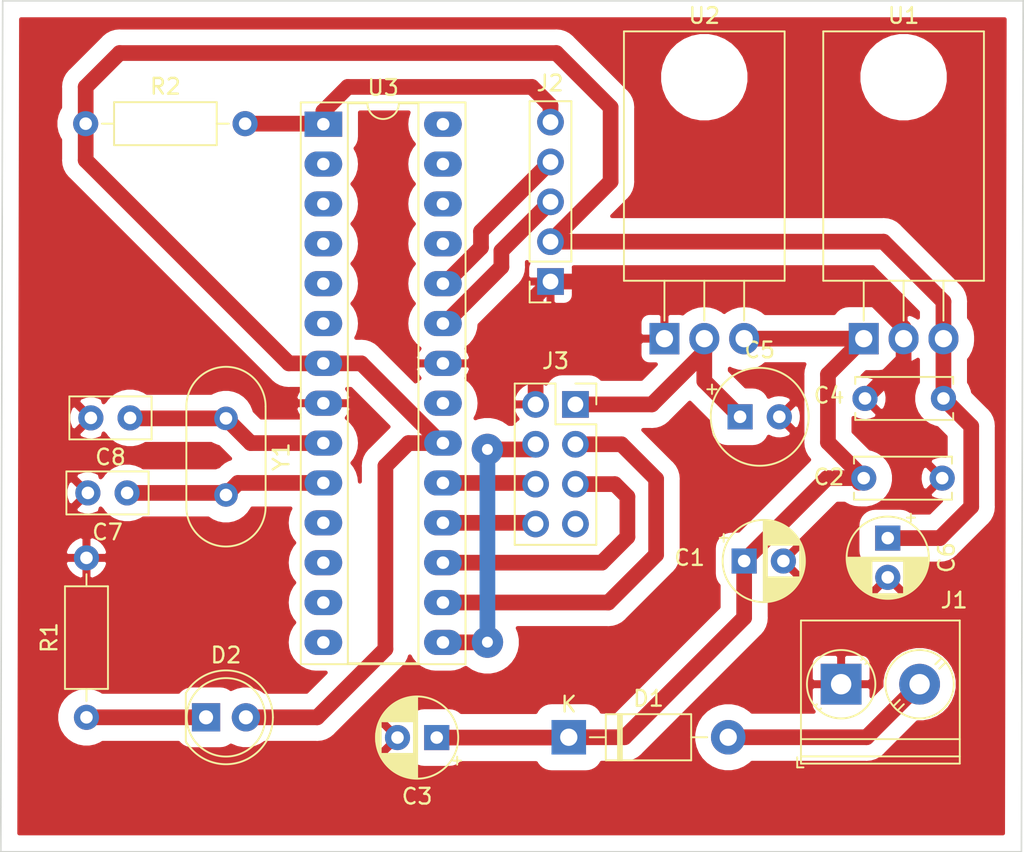
<source format=kicad_pcb>
(kicad_pcb (version 20171130) (host pcbnew 5.1.10-88a1d61d58~90~ubuntu20.04.1)

  (general
    (thickness 1.6)
    (drawings 4)
    (tracks 103)
    (zones 0)
    (modules 19)
    (nets 17)
  )

  (page A4)
  (layers
    (0 F.Cu signal)
    (31 B.Cu signal)
    (32 B.Adhes user)
    (33 F.Adhes user)
    (34 B.Paste user)
    (35 F.Paste user)
    (36 B.SilkS user)
    (37 F.SilkS user)
    (38 B.Mask user)
    (39 F.Mask user)
    (40 Dwgs.User user)
    (41 Cmts.User user)
    (42 Eco1.User user)
    (43 Eco2.User user)
    (44 Edge.Cuts user)
    (45 Margin user)
    (46 B.CrtYd user)
    (47 F.CrtYd user)
    (48 B.Fab user)
    (49 F.Fab user)
  )

  (setup
    (last_trace_width 1)
    (trace_clearance 0.3)
    (zone_clearance 1)
    (zone_45_only no)
    (trace_min 0.25)
    (via_size 2)
    (via_drill 0.7)
    (via_min_size 0.25)
    (via_min_drill 0.3)
    (uvia_size 0.3)
    (uvia_drill 0.1)
    (uvias_allowed no)
    (uvia_min_size 0)
    (uvia_min_drill 0.1)
    (edge_width 0.05)
    (segment_width 0.2)
    (pcb_text_width 0.3)
    (pcb_text_size 1.5 1.5)
    (mod_edge_width 0.12)
    (mod_text_size 1 1)
    (mod_text_width 0.15)
    (pad_size 1.524 1.524)
    (pad_drill 0.762)
    (pad_to_mask_clearance 0)
    (aux_axis_origin 0 0)
    (visible_elements 7FFFFFFF)
    (pcbplotparams
      (layerselection 0x010fc_ffffffff)
      (usegerberextensions false)
      (usegerberattributes true)
      (usegerberadvancedattributes true)
      (creategerberjobfile true)
      (excludeedgelayer true)
      (linewidth 0.100000)
      (plotframeref false)
      (viasonmask false)
      (mode 1)
      (useauxorigin false)
      (hpglpennumber 1)
      (hpglpenspeed 20)
      (hpglpendiameter 15.000000)
      (psnegative false)
      (psa4output false)
      (plotreference true)
      (plotvalue true)
      (plotinvisibletext false)
      (padsonsilk false)
      (subtractmaskfromsilk false)
      (outputformat 1)
      (mirror false)
      (drillshape 1)
      (scaleselection 1)
      (outputdirectory ""))
  )

  (net 0 "")
  (net 1 GND)
  (net 2 +5V)
  (net 3 +3V3)
  (net 4 "Net-(C7-Pad1)")
  (net 5 VCC)
  (net 6 "Net-(J2-Pad3)")
  (net 7 "Net-(J3-Pad3)")
  (net 8 "Net-(D1-Pad2)")
  (net 9 "Net-(C8-Pad1)")
  (net 10 "Net-(D2-Pad1)")
  (net 11 "Net-(J2-Pad4)")
  (net 12 "Net-(J3-Pad4)")
  (net 13 "Net-(J3-Pad5)")
  (net 14 "Net-(J3-Pad6)")
  (net 15 "Net-(J3-Pad8)")
  (net 16 "Net-(J2-Pad5)")

  (net_class Default "This is the default net class."
    (clearance 0.3)
    (trace_width 1)
    (via_dia 2)
    (via_drill 0.7)
    (uvia_dia 0.3)
    (uvia_drill 0.1)
    (diff_pair_width 0.4)
    (diff_pair_gap 0.25)
    (add_net +3V3)
    (add_net +5V)
    (add_net GND)
    (add_net "Net-(C7-Pad1)")
    (add_net "Net-(C8-Pad1)")
    (add_net "Net-(D1-Pad2)")
    (add_net "Net-(D2-Pad1)")
    (add_net "Net-(J2-Pad3)")
    (add_net "Net-(J2-Pad4)")
    (add_net "Net-(J2-Pad5)")
    (add_net "Net-(J3-Pad3)")
    (add_net "Net-(J3-Pad4)")
    (add_net "Net-(J3-Pad5)")
    (add_net "Net-(J3-Pad6)")
    (add_net "Net-(J3-Pad8)")
    (add_net VCC)
  )

  (module Connector_PinSocket_2.54mm:PinSocket_1x05_P2.54mm_Vertical (layer F.Cu) (tedit 5A19A420) (tstamp 612EF5DF)
    (at 171.81 80.18 180)
    (descr "Through hole straight socket strip, 1x05, 2.54mm pitch, single row (from Kicad 4.0.7), script generated")
    (tags "Through hole socket strip THT 1x05 2.54mm single row")
    (path /60CF4BA0)
    (fp_text reference J2 (at 0.03 12.64) (layer F.SilkS)
      (effects (font (size 1 1) (thickness 0.15)))
    )
    (fp_text value Conn_01x05 (at 3.09 7.5 90) (layer F.Fab)
      (effects (font (size 1 1) (thickness 0.15)))
    )
    (fp_text user %R (at 0 5.08 90) (layer F.Fab)
      (effects (font (size 1 1) (thickness 0.15)))
    )
    (fp_line (start -1.27 -1.27) (end 0.635 -1.27) (layer F.Fab) (width 0.1))
    (fp_line (start 0.635 -1.27) (end 1.27 -0.635) (layer F.Fab) (width 0.1))
    (fp_line (start 1.27 -0.635) (end 1.27 11.43) (layer F.Fab) (width 0.1))
    (fp_line (start 1.27 11.43) (end -1.27 11.43) (layer F.Fab) (width 0.1))
    (fp_line (start -1.27 11.43) (end -1.27 -1.27) (layer F.Fab) (width 0.1))
    (fp_line (start -1.33 1.27) (end 1.33 1.27) (layer F.SilkS) (width 0.12))
    (fp_line (start -1.33 1.27) (end -1.33 11.49) (layer F.SilkS) (width 0.12))
    (fp_line (start -1.33 11.49) (end 1.33 11.49) (layer F.SilkS) (width 0.12))
    (fp_line (start 1.33 1.27) (end 1.33 11.49) (layer F.SilkS) (width 0.12))
    (fp_line (start 1.33 -1.33) (end 1.33 0) (layer F.SilkS) (width 0.12))
    (fp_line (start 0 -1.33) (end 1.33 -1.33) (layer F.SilkS) (width 0.12))
    (fp_line (start -1.8 -1.8) (end 1.75 -1.8) (layer F.CrtYd) (width 0.05))
    (fp_line (start 1.75 -1.8) (end 1.75 11.9) (layer F.CrtYd) (width 0.05))
    (fp_line (start 1.75 11.9) (end -1.8 11.9) (layer F.CrtYd) (width 0.05))
    (fp_line (start -1.8 11.9) (end -1.8 -1.8) (layer F.CrtYd) (width 0.05))
    (pad 5 thru_hole oval (at 0 10.16 180) (size 1.7 1.7) (drill 1) (layers *.Cu *.Mask)
      (net 16 "Net-(J2-Pad5)"))
    (pad 4 thru_hole oval (at 0 7.62 180) (size 1.7 1.7) (drill 1) (layers *.Cu *.Mask)
      (net 11 "Net-(J2-Pad4)"))
    (pad 3 thru_hole oval (at 0 5.08 180) (size 1.7 1.7) (drill 1) (layers *.Cu *.Mask)
      (net 6 "Net-(J2-Pad3)"))
    (pad 2 thru_hole oval (at 0 2.54 180) (size 1.7 1.7) (drill 1) (layers *.Cu *.Mask)
      (net 2 +5V))
    (pad 1 thru_hole rect (at 0 0 180) (size 1.7 1.7) (drill 1) (layers *.Cu *.Mask)
      (net 1 GND))
    (model ${KISYS3DMOD}/Connector_PinSocket_2.54mm.3dshapes/PinSocket_1x05_P2.54mm_Vertical.wrl
      (at (xyz 0 0 0))
      (scale (xyz 1 1 1))
      (rotate (xyz 0 0 0))
    )
  )

  (module Package_DIP:DIP-28_W7.62mm_Socket_LongPads (layer F.Cu) (tedit 5A02E8C5) (tstamp 612F2876)
    (at 157.335001 70.155001)
    (descr "28-lead though-hole mounted DIP package, row spacing 7.62 mm (300 mils), Socket, LongPads")
    (tags "THT DIP DIL PDIP 2.54mm 7.62mm 300mil Socket LongPads")
    (path /60B7981D)
    (fp_text reference U3 (at 3.81 -2.33) (layer F.SilkS)
      (effects (font (size 1 1) (thickness 0.15)))
    )
    (fp_text value ATmega328-PU (at 3.81 35.35) (layer F.Fab)
      (effects (font (size 1 1) (thickness 0.15)))
    )
    (fp_line (start 9.15 -1.6) (end -1.55 -1.6) (layer F.CrtYd) (width 0.05))
    (fp_line (start 9.15 34.65) (end 9.15 -1.6) (layer F.CrtYd) (width 0.05))
    (fp_line (start -1.55 34.65) (end 9.15 34.65) (layer F.CrtYd) (width 0.05))
    (fp_line (start -1.55 -1.6) (end -1.55 34.65) (layer F.CrtYd) (width 0.05))
    (fp_line (start 9.06 -1.39) (end -1.44 -1.39) (layer F.SilkS) (width 0.12))
    (fp_line (start 9.06 34.41) (end 9.06 -1.39) (layer F.SilkS) (width 0.12))
    (fp_line (start -1.44 34.41) (end 9.06 34.41) (layer F.SilkS) (width 0.12))
    (fp_line (start -1.44 -1.39) (end -1.44 34.41) (layer F.SilkS) (width 0.12))
    (fp_line (start 6.06 -1.33) (end 4.81 -1.33) (layer F.SilkS) (width 0.12))
    (fp_line (start 6.06 34.35) (end 6.06 -1.33) (layer F.SilkS) (width 0.12))
    (fp_line (start 1.56 34.35) (end 6.06 34.35) (layer F.SilkS) (width 0.12))
    (fp_line (start 1.56 -1.33) (end 1.56 34.35) (layer F.SilkS) (width 0.12))
    (fp_line (start 2.81 -1.33) (end 1.56 -1.33) (layer F.SilkS) (width 0.12))
    (fp_line (start 8.89 -1.33) (end -1.27 -1.33) (layer F.Fab) (width 0.1))
    (fp_line (start 8.89 34.35) (end 8.89 -1.33) (layer F.Fab) (width 0.1))
    (fp_line (start -1.27 34.35) (end 8.89 34.35) (layer F.Fab) (width 0.1))
    (fp_line (start -1.27 -1.33) (end -1.27 34.35) (layer F.Fab) (width 0.1))
    (fp_line (start 0.635 -0.27) (end 1.635 -1.27) (layer F.Fab) (width 0.1))
    (fp_line (start 0.635 34.29) (end 0.635 -0.27) (layer F.Fab) (width 0.1))
    (fp_line (start 6.985 34.29) (end 0.635 34.29) (layer F.Fab) (width 0.1))
    (fp_line (start 6.985 -1.27) (end 6.985 34.29) (layer F.Fab) (width 0.1))
    (fp_line (start 1.635 -1.27) (end 6.985 -1.27) (layer F.Fab) (width 0.1))
    (fp_arc (start 3.81 -1.33) (end 2.81 -1.33) (angle -180) (layer F.SilkS) (width 0.12))
    (fp_text user %R (at 3.81 16.51) (layer F.Fab)
      (effects (font (size 1 1) (thickness 0.15)))
    )
    (pad 1 thru_hole rect (at 0 0) (size 2.4 1.6) (drill 0.8) (layers *.Cu *.Mask)
      (net 16 "Net-(J2-Pad5)"))
    (pad 15 thru_hole oval (at 7.62 33.02) (size 2.4 1.6) (drill 0.8) (layers *.Cu *.Mask)
      (net 12 "Net-(J3-Pad4)"))
    (pad 2 thru_hole oval (at 0 2.54) (size 2.4 1.6) (drill 0.8) (layers *.Cu *.Mask))
    (pad 16 thru_hole oval (at 7.62 30.48) (size 2.4 1.6) (drill 0.8) (layers *.Cu *.Mask)
      (net 7 "Net-(J3-Pad3)"))
    (pad 3 thru_hole oval (at 0 5.08) (size 2.4 1.6) (drill 0.8) (layers *.Cu *.Mask))
    (pad 17 thru_hole oval (at 7.62 27.94) (size 2.4 1.6) (drill 0.8) (layers *.Cu *.Mask)
      (net 13 "Net-(J3-Pad5)"))
    (pad 4 thru_hole oval (at 0 7.62) (size 2.4 1.6) (drill 0.8) (layers *.Cu *.Mask))
    (pad 18 thru_hole oval (at 7.62 25.4) (size 2.4 1.6) (drill 0.8) (layers *.Cu *.Mask)
      (net 15 "Net-(J3-Pad8)"))
    (pad 5 thru_hole oval (at 0 10.16) (size 2.4 1.6) (drill 0.8) (layers *.Cu *.Mask))
    (pad 19 thru_hole oval (at 7.62 22.86) (size 2.4 1.6) (drill 0.8) (layers *.Cu *.Mask)
      (net 14 "Net-(J3-Pad6)"))
    (pad 6 thru_hole oval (at 0 12.7) (size 2.4 1.6) (drill 0.8) (layers *.Cu *.Mask))
    (pad 20 thru_hole oval (at 7.62 20.32) (size 2.4 1.6) (drill 0.8) (layers *.Cu *.Mask)
      (net 2 +5V))
    (pad 7 thru_hole oval (at 0 15.24) (size 2.4 1.6) (drill 0.8) (layers *.Cu *.Mask)
      (net 2 +5V))
    (pad 21 thru_hole oval (at 7.62 17.78) (size 2.4 1.6) (drill 0.8) (layers *.Cu *.Mask))
    (pad 8 thru_hole oval (at 0 17.78) (size 2.4 1.6) (drill 0.8) (layers *.Cu *.Mask)
      (net 1 GND))
    (pad 22 thru_hole oval (at 7.62 15.24) (size 2.4 1.6) (drill 0.8) (layers *.Cu *.Mask)
      (net 1 GND))
    (pad 9 thru_hole oval (at 0 20.32) (size 2.4 1.6) (drill 0.8) (layers *.Cu *.Mask)
      (net 9 "Net-(C8-Pad1)"))
    (pad 23 thru_hole oval (at 7.62 12.7) (size 2.4 1.6) (drill 0.8) (layers *.Cu *.Mask)
      (net 6 "Net-(J2-Pad3)"))
    (pad 10 thru_hole oval (at 0 22.86) (size 2.4 1.6) (drill 0.8) (layers *.Cu *.Mask)
      (net 4 "Net-(C7-Pad1)"))
    (pad 24 thru_hole oval (at 7.62 10.16) (size 2.4 1.6) (drill 0.8) (layers *.Cu *.Mask)
      (net 11 "Net-(J2-Pad4)"))
    (pad 11 thru_hole oval (at 0 25.4) (size 2.4 1.6) (drill 0.8) (layers *.Cu *.Mask))
    (pad 25 thru_hole oval (at 7.62 7.62) (size 2.4 1.6) (drill 0.8) (layers *.Cu *.Mask))
    (pad 12 thru_hole oval (at 0 27.94) (size 2.4 1.6) (drill 0.8) (layers *.Cu *.Mask))
    (pad 26 thru_hole oval (at 7.62 5.08) (size 2.4 1.6) (drill 0.8) (layers *.Cu *.Mask))
    (pad 13 thru_hole oval (at 0 30.48) (size 2.4 1.6) (drill 0.8) (layers *.Cu *.Mask))
    (pad 27 thru_hole oval (at 7.62 2.54) (size 2.4 1.6) (drill 0.8) (layers *.Cu *.Mask))
    (pad 14 thru_hole oval (at 0 33.02) (size 2.4 1.6) (drill 0.8) (layers *.Cu *.Mask))
    (pad 28 thru_hole oval (at 7.62 0) (size 2.4 1.6) (drill 0.8) (layers *.Cu *.Mask))
    (model ${KISYS3DMOD}/Package_DIP.3dshapes/DIP-28_W7.62mm_Socket.wrl
      (at (xyz 0 0 0))
      (scale (xyz 1 1 1))
      (rotate (xyz 0 0 0))
    )
  )

  (module Capacitor_THT:C_Disc_D5.0mm_W2.5mm_P2.50mm (layer F.Cu) (tedit 5AE50EF0) (tstamp 60B97467)
    (at 144.83 93.65 180)
    (descr "C, Disc series, Radial, pin pitch=2.50mm, , diameter*width=5*2.5mm^2, Capacitor, http://cdn-reichelt.de/documents/datenblatt/B300/DS_KERKO_TC.pdf")
    (tags "C Disc series Radial pin pitch 2.50mm  diameter 5mm width 2.5mm Capacitor")
    (path /60B980F9)
    (fp_text reference C7 (at 1.25 -2.5) (layer F.SilkS)
      (effects (font (size 1 1) (thickness 0.15)))
    )
    (fp_text value 22pF (at 1.25 2.5) (layer F.Fab)
      (effects (font (size 1 1) (thickness 0.15)))
    )
    (fp_line (start -1.25 -1.25) (end -1.25 1.25) (layer F.Fab) (width 0.1))
    (fp_line (start -1.25 1.25) (end 3.75 1.25) (layer F.Fab) (width 0.1))
    (fp_line (start 3.75 1.25) (end 3.75 -1.25) (layer F.Fab) (width 0.1))
    (fp_line (start 3.75 -1.25) (end -1.25 -1.25) (layer F.Fab) (width 0.1))
    (fp_line (start -1.37 -1.37) (end 3.87 -1.37) (layer F.SilkS) (width 0.12))
    (fp_line (start -1.37 1.37) (end 3.87 1.37) (layer F.SilkS) (width 0.12))
    (fp_line (start -1.37 -1.37) (end -1.37 1.37) (layer F.SilkS) (width 0.12))
    (fp_line (start 3.87 -1.37) (end 3.87 1.37) (layer F.SilkS) (width 0.12))
    (fp_line (start -1.5 -1.5) (end -1.5 1.5) (layer F.CrtYd) (width 0.05))
    (fp_line (start -1.5 1.5) (end 4 1.5) (layer F.CrtYd) (width 0.05))
    (fp_line (start 4 1.5) (end 4 -1.5) (layer F.CrtYd) (width 0.05))
    (fp_line (start 4 -1.5) (end -1.5 -1.5) (layer F.CrtYd) (width 0.05))
    (fp_text user %R (at 5.17 -0.1) (layer F.Fab)
      (effects (font (size 1 1) (thickness 0.15)))
    )
    (pad 1 thru_hole circle (at 0 0 180) (size 1.6 1.6) (drill 0.8) (layers *.Cu *.Mask)
      (net 4 "Net-(C7-Pad1)"))
    (pad 2 thru_hole circle (at 2.5 0 180) (size 1.6 1.6) (drill 0.8) (layers *.Cu *.Mask)
      (net 1 GND))
    (model ${KISYS3DMOD}/Capacitor_THT.3dshapes/C_Disc_D5.0mm_W2.5mm_P2.50mm.wrl
      (at (xyz 0 0 0))
      (scale (xyz 1 1 1))
      (rotate (xyz 0 0 0))
    )
  )

  (module Diode_THT:D_DO-41_SOD81_P10.16mm_Horizontal (layer F.Cu) (tedit 5AE50CD5) (tstamp 60B97486)
    (at 172.974 109.22)
    (descr "Diode, DO-41_SOD81 series, Axial, Horizontal, pin pitch=10.16mm, , length*diameter=5.2*2.7mm^2, , http://www.diodes.com/_files/packages/DO-41%20(Plastic).pdf")
    (tags "Diode DO-41_SOD81 series Axial Horizontal pin pitch 10.16mm  length 5.2mm diameter 2.7mm")
    (path /60C0918B)
    (fp_text reference D1 (at 5.08 -2.47) (layer F.SilkS)
      (effects (font (size 1 1) (thickness 0.15)))
    )
    (fp_text value 1N5818 (at 5.08 2.47) (layer F.Fab)
      (effects (font (size 1 1) (thickness 0.15)))
    )
    (fp_line (start 2.48 -1.35) (end 2.48 1.35) (layer F.Fab) (width 0.1))
    (fp_line (start 2.48 1.35) (end 7.68 1.35) (layer F.Fab) (width 0.1))
    (fp_line (start 7.68 1.35) (end 7.68 -1.35) (layer F.Fab) (width 0.1))
    (fp_line (start 7.68 -1.35) (end 2.48 -1.35) (layer F.Fab) (width 0.1))
    (fp_line (start 0 0) (end 2.48 0) (layer F.Fab) (width 0.1))
    (fp_line (start 10.16 0) (end 7.68 0) (layer F.Fab) (width 0.1))
    (fp_line (start 3.26 -1.35) (end 3.26 1.35) (layer F.Fab) (width 0.1))
    (fp_line (start 3.36 -1.35) (end 3.36 1.35) (layer F.Fab) (width 0.1))
    (fp_line (start 3.16 -1.35) (end 3.16 1.35) (layer F.Fab) (width 0.1))
    (fp_line (start 2.36 -1.47) (end 2.36 1.47) (layer F.SilkS) (width 0.12))
    (fp_line (start 2.36 1.47) (end 7.8 1.47) (layer F.SilkS) (width 0.12))
    (fp_line (start 7.8 1.47) (end 7.8 -1.47) (layer F.SilkS) (width 0.12))
    (fp_line (start 7.8 -1.47) (end 2.36 -1.47) (layer F.SilkS) (width 0.12))
    (fp_line (start 1.34 0) (end 2.36 0) (layer F.SilkS) (width 0.12))
    (fp_line (start 8.82 0) (end 7.8 0) (layer F.SilkS) (width 0.12))
    (fp_line (start 3.26 -1.47) (end 3.26 1.47) (layer F.SilkS) (width 0.12))
    (fp_line (start 3.38 -1.47) (end 3.38 1.47) (layer F.SilkS) (width 0.12))
    (fp_line (start 3.14 -1.47) (end 3.14 1.47) (layer F.SilkS) (width 0.12))
    (fp_line (start -1.35 -1.6) (end -1.35 1.6) (layer F.CrtYd) (width 0.05))
    (fp_line (start -1.35 1.6) (end 11.51 1.6) (layer F.CrtYd) (width 0.05))
    (fp_line (start 11.51 1.6) (end 11.51 -1.6) (layer F.CrtYd) (width 0.05))
    (fp_line (start 11.51 -1.6) (end -1.35 -1.6) (layer F.CrtYd) (width 0.05))
    (fp_text user %R (at 5.08 0) (layer F.Fab)
      (effects (font (size 1 1) (thickness 0.15)))
    )
    (fp_text user K (at 0 -2.1) (layer F.Fab)
      (effects (font (size 1 1) (thickness 0.15)))
    )
    (fp_text user K (at 0 -2.1) (layer F.SilkS)
      (effects (font (size 1 1) (thickness 0.15)))
    )
    (pad 1 thru_hole rect (at 0 0) (size 2.2 2.2) (drill 1.1) (layers *.Cu *.Mask)
      (net 5 VCC))
    (pad 2 thru_hole oval (at 10.16 0) (size 2.2 2.2) (drill 1.1) (layers *.Cu *.Mask)
      (net 8 "Net-(D1-Pad2)"))
    (model ${KISYS3DMOD}/Diode_THT.3dshapes/D_DO-41_SOD81_P10.16mm_Horizontal.wrl
      (at (xyz 0 0 0))
      (scale (xyz 1 1 1))
      (rotate (xyz 0 0 0))
    )
  )

  (module Crystal:Crystal_HC49-4H_Vertical (layer F.Cu) (tedit 5A1AD3B7) (tstamp 60B975A5)
    (at 151.13 88.9 270)
    (descr "Crystal THT HC-49-4H http://5hertz.com/pdfs/04404_D.pdf")
    (tags "THT crystalHC-49-4H")
    (path /60B92542)
    (fp_text reference Y1 (at 2.44 -3.525 90) (layer F.SilkS)
      (effects (font (size 1 1) (thickness 0.15)))
    )
    (fp_text value "Crystal_Small 16MHZ" (at 2.44 3.525 90) (layer F.Fab)
      (effects (font (size 1 1) (thickness 0.15)))
    )
    (fp_line (start -0.76 -2.325) (end 5.64 -2.325) (layer F.Fab) (width 0.1))
    (fp_line (start -0.76 2.325) (end 5.64 2.325) (layer F.Fab) (width 0.1))
    (fp_line (start -0.56 -2) (end 5.44 -2) (layer F.Fab) (width 0.1))
    (fp_line (start -0.56 2) (end 5.44 2) (layer F.Fab) (width 0.1))
    (fp_line (start -0.76 -2.525) (end 5.64 -2.525) (layer F.SilkS) (width 0.12))
    (fp_line (start -0.76 2.525) (end 5.64 2.525) (layer F.SilkS) (width 0.12))
    (fp_line (start -3.6 -2.8) (end -3.6 2.8) (layer F.CrtYd) (width 0.05))
    (fp_line (start -3.6 2.8) (end 8.5 2.8) (layer F.CrtYd) (width 0.05))
    (fp_line (start 8.5 2.8) (end 8.5 -2.8) (layer F.CrtYd) (width 0.05))
    (fp_line (start 8.5 -2.8) (end -3.6 -2.8) (layer F.CrtYd) (width 0.05))
    (fp_text user %R (at 2.44 0 90) (layer F.Fab)
      (effects (font (size 1 1) (thickness 0.15)))
    )
    (fp_arc (start -0.76 0) (end -0.76 -2.325) (angle -180) (layer F.Fab) (width 0.1))
    (fp_arc (start 5.64 0) (end 5.64 -2.325) (angle 180) (layer F.Fab) (width 0.1))
    (fp_arc (start -0.56 0) (end -0.56 -2) (angle -180) (layer F.Fab) (width 0.1))
    (fp_arc (start 5.44 0) (end 5.44 -2) (angle 180) (layer F.Fab) (width 0.1))
    (fp_arc (start -0.76 0) (end -0.76 -2.525) (angle -180) (layer F.SilkS) (width 0.12))
    (fp_arc (start 5.64 0) (end 5.64 -2.525) (angle 180) (layer F.SilkS) (width 0.12))
    (pad 1 thru_hole circle (at 0 0 270) (size 1.5 1.5) (drill 0.8) (layers *.Cu *.Mask)
      (net 9 "Net-(C8-Pad1)"))
    (pad 2 thru_hole circle (at 4.88 0 270) (size 1.5 1.5) (drill 0.8) (layers *.Cu *.Mask)
      (net 4 "Net-(C7-Pad1)"))
    (model ${KISYS3DMOD}/Crystal.3dshapes/Crystal_HC49-4H_Vertical.wrl
      (at (xyz 0 0 0))
      (scale (xyz 1 1 1))
      (rotate (xyz 0 0 0))
    )
  )

  (module Resistor_THT:R_Axial_DIN0207_L6.3mm_D2.5mm_P10.16mm_Horizontal (layer F.Cu) (tedit 5AE5139B) (tstamp 61249632)
    (at 142.24 107.95 90)
    (descr "Resistor, Axial_DIN0207 series, Axial, Horizontal, pin pitch=10.16mm, 0.25W = 1/4W, length*diameter=6.3*2.5mm^2, http://cdn-reichelt.de/documents/datenblatt/B400/1_4W%23YAG.pdf")
    (tags "Resistor Axial_DIN0207 series Axial Horizontal pin pitch 10.16mm 0.25W = 1/4W length 6.3mm diameter 2.5mm")
    (path /61328C2D)
    (fp_text reference R1 (at 5.08 -2.37 90) (layer F.SilkS)
      (effects (font (size 1 1) (thickness 0.15)))
    )
    (fp_text value "330 Ω" (at 5.08 2.37 90) (layer F.Fab)
      (effects (font (size 1 1) (thickness 0.15)))
    )
    (fp_line (start 11.21 -1.5) (end -1.05 -1.5) (layer F.CrtYd) (width 0.05))
    (fp_line (start 11.21 1.5) (end 11.21 -1.5) (layer F.CrtYd) (width 0.05))
    (fp_line (start -1.05 1.5) (end 11.21 1.5) (layer F.CrtYd) (width 0.05))
    (fp_line (start -1.05 -1.5) (end -1.05 1.5) (layer F.CrtYd) (width 0.05))
    (fp_line (start 9.12 0) (end 8.35 0) (layer F.SilkS) (width 0.12))
    (fp_line (start 1.04 0) (end 1.81 0) (layer F.SilkS) (width 0.12))
    (fp_line (start 8.35 -1.37) (end 1.81 -1.37) (layer F.SilkS) (width 0.12))
    (fp_line (start 8.35 1.37) (end 8.35 -1.37) (layer F.SilkS) (width 0.12))
    (fp_line (start 1.81 1.37) (end 8.35 1.37) (layer F.SilkS) (width 0.12))
    (fp_line (start 1.81 -1.37) (end 1.81 1.37) (layer F.SilkS) (width 0.12))
    (fp_line (start 10.16 0) (end 8.23 0) (layer F.Fab) (width 0.1))
    (fp_line (start 0 0) (end 1.93 0) (layer F.Fab) (width 0.1))
    (fp_line (start 8.23 -1.25) (end 1.93 -1.25) (layer F.Fab) (width 0.1))
    (fp_line (start 8.23 1.25) (end 8.23 -1.25) (layer F.Fab) (width 0.1))
    (fp_line (start 1.93 1.25) (end 8.23 1.25) (layer F.Fab) (width 0.1))
    (fp_line (start 1.93 -1.25) (end 1.93 1.25) (layer F.Fab) (width 0.1))
    (fp_text user %R (at 5.08 0 90) (layer F.Fab)
      (effects (font (size 1 1) (thickness 0.15)))
    )
    (pad 1 thru_hole circle (at 0 0 90) (size 1.6 1.6) (drill 0.8) (layers *.Cu *.Mask)
      (net 10 "Net-(D2-Pad1)"))
    (pad 2 thru_hole oval (at 10.16 0 90) (size 1.6 1.6) (drill 0.8) (layers *.Cu *.Mask)
      (net 1 GND))
    (model ${KISYS3DMOD}/Resistor_THT.3dshapes/R_Axial_DIN0207_L6.3mm_D2.5mm_P10.16mm_Horizontal.wrl
      (at (xyz 0 0 0))
      (scale (xyz 1 1 1))
      (rotate (xyz 0 0 0))
    )
  )

  (module Capacitor_THT:CP_Radial_D5.0mm_P2.50mm (layer F.Cu) (tedit 5AE50EF0) (tstamp 61258BBD)
    (at 184.15 97.99)
    (descr "CP, Radial series, Radial, pin pitch=2.50mm, , diameter=5mm, Electrolytic Capacitor")
    (tags "CP Radial series Radial pin pitch 2.50mm  diameter 5mm Electrolytic Capacitor")
    (path /612D6957)
    (fp_text reference C1 (at -3.48 -0.21) (layer F.SilkS)
      (effects (font (size 1 1) (thickness 0.15)))
    )
    (fp_text value 10uF (at 1.25 3.75) (layer F.Fab)
      (effects (font (size 1 1) (thickness 0.15)))
    )
    (fp_circle (center 1.25 0) (end 3.75 0) (layer F.Fab) (width 0.1))
    (fp_circle (center 1.25 0) (end 3.87 0) (layer F.SilkS) (width 0.12))
    (fp_circle (center 1.25 0) (end 4 0) (layer F.CrtYd) (width 0.05))
    (fp_line (start -0.883605 -1.0875) (end -0.383605 -1.0875) (layer F.Fab) (width 0.1))
    (fp_line (start -0.633605 -1.3375) (end -0.633605 -0.8375) (layer F.Fab) (width 0.1))
    (fp_line (start 1.25 -2.58) (end 1.25 2.58) (layer F.SilkS) (width 0.12))
    (fp_line (start 1.29 -2.58) (end 1.29 2.58) (layer F.SilkS) (width 0.12))
    (fp_line (start 1.33 -2.579) (end 1.33 2.579) (layer F.SilkS) (width 0.12))
    (fp_line (start 1.37 -2.578) (end 1.37 2.578) (layer F.SilkS) (width 0.12))
    (fp_line (start 1.41 -2.576) (end 1.41 2.576) (layer F.SilkS) (width 0.12))
    (fp_line (start 1.45 -2.573) (end 1.45 2.573) (layer F.SilkS) (width 0.12))
    (fp_line (start 1.49 -2.569) (end 1.49 -1.04) (layer F.SilkS) (width 0.12))
    (fp_line (start 1.49 1.04) (end 1.49 2.569) (layer F.SilkS) (width 0.12))
    (fp_line (start 1.53 -2.565) (end 1.53 -1.04) (layer F.SilkS) (width 0.12))
    (fp_line (start 1.53 1.04) (end 1.53 2.565) (layer F.SilkS) (width 0.12))
    (fp_line (start 1.57 -2.561) (end 1.57 -1.04) (layer F.SilkS) (width 0.12))
    (fp_line (start 1.57 1.04) (end 1.57 2.561) (layer F.SilkS) (width 0.12))
    (fp_line (start 1.61 -2.556) (end 1.61 -1.04) (layer F.SilkS) (width 0.12))
    (fp_line (start 1.61 1.04) (end 1.61 2.556) (layer F.SilkS) (width 0.12))
    (fp_line (start 1.65 -2.55) (end 1.65 -1.04) (layer F.SilkS) (width 0.12))
    (fp_line (start 1.65 1.04) (end 1.65 2.55) (layer F.SilkS) (width 0.12))
    (fp_line (start 1.69 -2.543) (end 1.69 -1.04) (layer F.SilkS) (width 0.12))
    (fp_line (start 1.69 1.04) (end 1.69 2.543) (layer F.SilkS) (width 0.12))
    (fp_line (start 1.73 -2.536) (end 1.73 -1.04) (layer F.SilkS) (width 0.12))
    (fp_line (start 1.73 1.04) (end 1.73 2.536) (layer F.SilkS) (width 0.12))
    (fp_line (start 1.77 -2.528) (end 1.77 -1.04) (layer F.SilkS) (width 0.12))
    (fp_line (start 1.77 1.04) (end 1.77 2.528) (layer F.SilkS) (width 0.12))
    (fp_line (start 1.81 -2.52) (end 1.81 -1.04) (layer F.SilkS) (width 0.12))
    (fp_line (start 1.81 1.04) (end 1.81 2.52) (layer F.SilkS) (width 0.12))
    (fp_line (start 1.85 -2.511) (end 1.85 -1.04) (layer F.SilkS) (width 0.12))
    (fp_line (start 1.85 1.04) (end 1.85 2.511) (layer F.SilkS) (width 0.12))
    (fp_line (start 1.89 -2.501) (end 1.89 -1.04) (layer F.SilkS) (width 0.12))
    (fp_line (start 1.89 1.04) (end 1.89 2.501) (layer F.SilkS) (width 0.12))
    (fp_line (start 1.93 -2.491) (end 1.93 -1.04) (layer F.SilkS) (width 0.12))
    (fp_line (start 1.93 1.04) (end 1.93 2.491) (layer F.SilkS) (width 0.12))
    (fp_line (start 1.971 -2.48) (end 1.971 -1.04) (layer F.SilkS) (width 0.12))
    (fp_line (start 1.971 1.04) (end 1.971 2.48) (layer F.SilkS) (width 0.12))
    (fp_line (start 2.011 -2.468) (end 2.011 -1.04) (layer F.SilkS) (width 0.12))
    (fp_line (start 2.011 1.04) (end 2.011 2.468) (layer F.SilkS) (width 0.12))
    (fp_line (start 2.051 -2.455) (end 2.051 -1.04) (layer F.SilkS) (width 0.12))
    (fp_line (start 2.051 1.04) (end 2.051 2.455) (layer F.SilkS) (width 0.12))
    (fp_line (start 2.091 -2.442) (end 2.091 -1.04) (layer F.SilkS) (width 0.12))
    (fp_line (start 2.091 1.04) (end 2.091 2.442) (layer F.SilkS) (width 0.12))
    (fp_line (start 2.131 -2.428) (end 2.131 -1.04) (layer F.SilkS) (width 0.12))
    (fp_line (start 2.131 1.04) (end 2.131 2.428) (layer F.SilkS) (width 0.12))
    (fp_line (start 2.171 -2.414) (end 2.171 -1.04) (layer F.SilkS) (width 0.12))
    (fp_line (start 2.171 1.04) (end 2.171 2.414) (layer F.SilkS) (width 0.12))
    (fp_line (start 2.211 -2.398) (end 2.211 -1.04) (layer F.SilkS) (width 0.12))
    (fp_line (start 2.211 1.04) (end 2.211 2.398) (layer F.SilkS) (width 0.12))
    (fp_line (start 2.251 -2.382) (end 2.251 -1.04) (layer F.SilkS) (width 0.12))
    (fp_line (start 2.251 1.04) (end 2.251 2.382) (layer F.SilkS) (width 0.12))
    (fp_line (start 2.291 -2.365) (end 2.291 -1.04) (layer F.SilkS) (width 0.12))
    (fp_line (start 2.291 1.04) (end 2.291 2.365) (layer F.SilkS) (width 0.12))
    (fp_line (start 2.331 -2.348) (end 2.331 -1.04) (layer F.SilkS) (width 0.12))
    (fp_line (start 2.331 1.04) (end 2.331 2.348) (layer F.SilkS) (width 0.12))
    (fp_line (start 2.371 -2.329) (end 2.371 -1.04) (layer F.SilkS) (width 0.12))
    (fp_line (start 2.371 1.04) (end 2.371 2.329) (layer F.SilkS) (width 0.12))
    (fp_line (start 2.411 -2.31) (end 2.411 -1.04) (layer F.SilkS) (width 0.12))
    (fp_line (start 2.411 1.04) (end 2.411 2.31) (layer F.SilkS) (width 0.12))
    (fp_line (start 2.451 -2.29) (end 2.451 -1.04) (layer F.SilkS) (width 0.12))
    (fp_line (start 2.451 1.04) (end 2.451 2.29) (layer F.SilkS) (width 0.12))
    (fp_line (start 2.491 -2.268) (end 2.491 -1.04) (layer F.SilkS) (width 0.12))
    (fp_line (start 2.491 1.04) (end 2.491 2.268) (layer F.SilkS) (width 0.12))
    (fp_line (start 2.531 -2.247) (end 2.531 -1.04) (layer F.SilkS) (width 0.12))
    (fp_line (start 2.531 1.04) (end 2.531 2.247) (layer F.SilkS) (width 0.12))
    (fp_line (start 2.571 -2.224) (end 2.571 -1.04) (layer F.SilkS) (width 0.12))
    (fp_line (start 2.571 1.04) (end 2.571 2.224) (layer F.SilkS) (width 0.12))
    (fp_line (start 2.611 -2.2) (end 2.611 -1.04) (layer F.SilkS) (width 0.12))
    (fp_line (start 2.611 1.04) (end 2.611 2.2) (layer F.SilkS) (width 0.12))
    (fp_line (start 2.651 -2.175) (end 2.651 -1.04) (layer F.SilkS) (width 0.12))
    (fp_line (start 2.651 1.04) (end 2.651 2.175) (layer F.SilkS) (width 0.12))
    (fp_line (start 2.691 -2.149) (end 2.691 -1.04) (layer F.SilkS) (width 0.12))
    (fp_line (start 2.691 1.04) (end 2.691 2.149) (layer F.SilkS) (width 0.12))
    (fp_line (start 2.731 -2.122) (end 2.731 -1.04) (layer F.SilkS) (width 0.12))
    (fp_line (start 2.731 1.04) (end 2.731 2.122) (layer F.SilkS) (width 0.12))
    (fp_line (start 2.771 -2.095) (end 2.771 -1.04) (layer F.SilkS) (width 0.12))
    (fp_line (start 2.771 1.04) (end 2.771 2.095) (layer F.SilkS) (width 0.12))
    (fp_line (start 2.811 -2.065) (end 2.811 -1.04) (layer F.SilkS) (width 0.12))
    (fp_line (start 2.811 1.04) (end 2.811 2.065) (layer F.SilkS) (width 0.12))
    (fp_line (start 2.851 -2.035) (end 2.851 -1.04) (layer F.SilkS) (width 0.12))
    (fp_line (start 2.851 1.04) (end 2.851 2.035) (layer F.SilkS) (width 0.12))
    (fp_line (start 2.891 -2.004) (end 2.891 -1.04) (layer F.SilkS) (width 0.12))
    (fp_line (start 2.891 1.04) (end 2.891 2.004) (layer F.SilkS) (width 0.12))
    (fp_line (start 2.931 -1.971) (end 2.931 -1.04) (layer F.SilkS) (width 0.12))
    (fp_line (start 2.931 1.04) (end 2.931 1.971) (layer F.SilkS) (width 0.12))
    (fp_line (start 2.971 -1.937) (end 2.971 -1.04) (layer F.SilkS) (width 0.12))
    (fp_line (start 2.971 1.04) (end 2.971 1.937) (layer F.SilkS) (width 0.12))
    (fp_line (start 3.011 -1.901) (end 3.011 -1.04) (layer F.SilkS) (width 0.12))
    (fp_line (start 3.011 1.04) (end 3.011 1.901) (layer F.SilkS) (width 0.12))
    (fp_line (start 3.051 -1.864) (end 3.051 -1.04) (layer F.SilkS) (width 0.12))
    (fp_line (start 3.051 1.04) (end 3.051 1.864) (layer F.SilkS) (width 0.12))
    (fp_line (start 3.091 -1.826) (end 3.091 -1.04) (layer F.SilkS) (width 0.12))
    (fp_line (start 3.091 1.04) (end 3.091 1.826) (layer F.SilkS) (width 0.12))
    (fp_line (start 3.131 -1.785) (end 3.131 -1.04) (layer F.SilkS) (width 0.12))
    (fp_line (start 3.131 1.04) (end 3.131 1.785) (layer F.SilkS) (width 0.12))
    (fp_line (start 3.171 -1.743) (end 3.171 -1.04) (layer F.SilkS) (width 0.12))
    (fp_line (start 3.171 1.04) (end 3.171 1.743) (layer F.SilkS) (width 0.12))
    (fp_line (start 3.211 -1.699) (end 3.211 -1.04) (layer F.SilkS) (width 0.12))
    (fp_line (start 3.211 1.04) (end 3.211 1.699) (layer F.SilkS) (width 0.12))
    (fp_line (start 3.251 -1.653) (end 3.251 -1.04) (layer F.SilkS) (width 0.12))
    (fp_line (start 3.251 1.04) (end 3.251 1.653) (layer F.SilkS) (width 0.12))
    (fp_line (start 3.291 -1.605) (end 3.291 -1.04) (layer F.SilkS) (width 0.12))
    (fp_line (start 3.291 1.04) (end 3.291 1.605) (layer F.SilkS) (width 0.12))
    (fp_line (start 3.331 -1.554) (end 3.331 -1.04) (layer F.SilkS) (width 0.12))
    (fp_line (start 3.331 1.04) (end 3.331 1.554) (layer F.SilkS) (width 0.12))
    (fp_line (start 3.371 -1.5) (end 3.371 -1.04) (layer F.SilkS) (width 0.12))
    (fp_line (start 3.371 1.04) (end 3.371 1.5) (layer F.SilkS) (width 0.12))
    (fp_line (start 3.411 -1.443) (end 3.411 -1.04) (layer F.SilkS) (width 0.12))
    (fp_line (start 3.411 1.04) (end 3.411 1.443) (layer F.SilkS) (width 0.12))
    (fp_line (start 3.451 -1.383) (end 3.451 -1.04) (layer F.SilkS) (width 0.12))
    (fp_line (start 3.451 1.04) (end 3.451 1.383) (layer F.SilkS) (width 0.12))
    (fp_line (start 3.491 -1.319) (end 3.491 -1.04) (layer F.SilkS) (width 0.12))
    (fp_line (start 3.491 1.04) (end 3.491 1.319) (layer F.SilkS) (width 0.12))
    (fp_line (start 3.531 -1.251) (end 3.531 -1.04) (layer F.SilkS) (width 0.12))
    (fp_line (start 3.531 1.04) (end 3.531 1.251) (layer F.SilkS) (width 0.12))
    (fp_line (start 3.571 -1.178) (end 3.571 1.178) (layer F.SilkS) (width 0.12))
    (fp_line (start 3.611 -1.098) (end 3.611 1.098) (layer F.SilkS) (width 0.12))
    (fp_line (start 3.651 -1.011) (end 3.651 1.011) (layer F.SilkS) (width 0.12))
    (fp_line (start 3.691 -0.915) (end 3.691 0.915) (layer F.SilkS) (width 0.12))
    (fp_line (start 3.731 -0.805) (end 3.731 0.805) (layer F.SilkS) (width 0.12))
    (fp_line (start 3.771 -0.677) (end 3.771 0.677) (layer F.SilkS) (width 0.12))
    (fp_line (start 3.811 -0.518) (end 3.811 0.518) (layer F.SilkS) (width 0.12))
    (fp_line (start 3.851 -0.284) (end 3.851 0.284) (layer F.SilkS) (width 0.12))
    (fp_line (start -1.554775 -1.475) (end -1.054775 -1.475) (layer F.SilkS) (width 0.12))
    (fp_line (start -1.304775 -1.725) (end -1.304775 -1.225) (layer F.SilkS) (width 0.12))
    (fp_text user %R (at 1.25 0) (layer F.Fab)
      (effects (font (size 1 1) (thickness 0.15)))
    )
    (pad 1 thru_hole rect (at 0 0) (size 1.6 1.6) (drill 0.8) (layers *.Cu *.Mask)
      (net 5 VCC))
    (pad 2 thru_hole circle (at 2.5 0) (size 1.6 1.6) (drill 0.8) (layers *.Cu *.Mask)
      (net 1 GND))
    (model ${KISYS3DMOD}/Capacitor_THT.3dshapes/CP_Radial_D5.0mm_P2.50mm.wrl
      (at (xyz 0 0 0))
      (scale (xyz 1 1 1))
      (rotate (xyz 0 0 0))
    )
  )

  (module Capacitor_THT:C_Disc_D6.0mm_W2.5mm_P5.00mm (layer F.Cu) (tedit 5AE50EF0) (tstamp 61258C40)
    (at 191.77 92.71)
    (descr "C, Disc series, Radial, pin pitch=5.00mm, , diameter*width=6*2.5mm^2, Capacitor, http://cdn-reichelt.de/documents/datenblatt/B300/DS_KERKO_TC.pdf")
    (tags "C Disc series Radial pin pitch 5.00mm  diameter 6mm width 2.5mm Capacitor")
    (path /612AA5BB)
    (fp_text reference C2 (at -2.22 -0.07) (layer F.SilkS)
      (effects (font (size 1 1) (thickness 0.15)))
    )
    (fp_text value 330nF (at 2.45 2.53) (layer F.Fab)
      (effects (font (size 1 1) (thickness 0.15)))
    )
    (fp_line (start 6.05 -1.5) (end -1.05 -1.5) (layer F.CrtYd) (width 0.05))
    (fp_line (start 6.05 1.5) (end 6.05 -1.5) (layer F.CrtYd) (width 0.05))
    (fp_line (start -1.05 1.5) (end 6.05 1.5) (layer F.CrtYd) (width 0.05))
    (fp_line (start -1.05 -1.5) (end -1.05 1.5) (layer F.CrtYd) (width 0.05))
    (fp_line (start 5.62 0.925) (end 5.62 1.37) (layer F.SilkS) (width 0.12))
    (fp_line (start 5.62 -1.37) (end 5.62 -0.925) (layer F.SilkS) (width 0.12))
    (fp_line (start -0.62 0.925) (end -0.62 1.37) (layer F.SilkS) (width 0.12))
    (fp_line (start -0.62 -1.37) (end -0.62 -0.925) (layer F.SilkS) (width 0.12))
    (fp_line (start -0.62 1.37) (end 5.62 1.37) (layer F.SilkS) (width 0.12))
    (fp_line (start -0.62 -1.37) (end 5.62 -1.37) (layer F.SilkS) (width 0.12))
    (fp_line (start 5.5 -1.25) (end -0.5 -1.25) (layer F.Fab) (width 0.1))
    (fp_line (start 5.5 1.25) (end 5.5 -1.25) (layer F.Fab) (width 0.1))
    (fp_line (start -0.5 1.25) (end 5.5 1.25) (layer F.Fab) (width 0.1))
    (fp_line (start -0.5 -1.25) (end -0.5 1.25) (layer F.Fab) (width 0.1))
    (fp_text user %R (at 2.5 0) (layer F.Fab)
      (effects (font (size 1 1) (thickness 0.15)))
    )
    (pad 2 thru_hole circle (at 5 0) (size 1.6 1.6) (drill 0.8) (layers *.Cu *.Mask)
      (net 1 GND))
    (pad 1 thru_hole circle (at 0 0) (size 1.6 1.6) (drill 0.8) (layers *.Cu *.Mask)
      (net 5 VCC))
    (model ${KISYS3DMOD}/Capacitor_THT.3dshapes/C_Disc_D6.0mm_W2.5mm_P5.00mm.wrl
      (at (xyz 0 0 0))
      (scale (xyz 1 1 1))
      (rotate (xyz 0 0 0))
    )
  )

  (module Capacitor_THT:C_Disc_D6.0mm_W2.5mm_P5.00mm (layer F.Cu) (tedit 5AE50EF0) (tstamp 61258F33)
    (at 196.85 87.63 180)
    (descr "C, Disc series, Radial, pin pitch=5.00mm, , diameter*width=6*2.5mm^2, Capacitor, http://cdn-reichelt.de/documents/datenblatt/B300/DS_KERKO_TC.pdf")
    (tags "C Disc series Radial pin pitch 5.00mm  diameter 6mm width 2.5mm Capacitor")
    (path /612E8A9F)
    (fp_text reference C4 (at 7.29 0.19) (layer F.SilkS)
      (effects (font (size 1 1) (thickness 0.15)))
    )
    (fp_text value 100nF (at 2.38 -2.41) (layer F.Fab)
      (effects (font (size 1 1) (thickness 0.15)))
    )
    (fp_line (start -0.5 -1.25) (end -0.5 1.25) (layer F.Fab) (width 0.1))
    (fp_line (start -0.5 1.25) (end 5.5 1.25) (layer F.Fab) (width 0.1))
    (fp_line (start 5.5 1.25) (end 5.5 -1.25) (layer F.Fab) (width 0.1))
    (fp_line (start 5.5 -1.25) (end -0.5 -1.25) (layer F.Fab) (width 0.1))
    (fp_line (start -0.62 -1.37) (end 5.62 -1.37) (layer F.SilkS) (width 0.12))
    (fp_line (start -0.62 1.37) (end 5.62 1.37) (layer F.SilkS) (width 0.12))
    (fp_line (start -0.62 -1.37) (end -0.62 -0.925) (layer F.SilkS) (width 0.12))
    (fp_line (start -0.62 0.925) (end -0.62 1.37) (layer F.SilkS) (width 0.12))
    (fp_line (start 5.62 -1.37) (end 5.62 -0.925) (layer F.SilkS) (width 0.12))
    (fp_line (start 5.62 0.925) (end 5.62 1.37) (layer F.SilkS) (width 0.12))
    (fp_line (start -1.05 -1.5) (end -1.05 1.5) (layer F.CrtYd) (width 0.05))
    (fp_line (start -1.05 1.5) (end 6.05 1.5) (layer F.CrtYd) (width 0.05))
    (fp_line (start 6.05 1.5) (end 6.05 -1.5) (layer F.CrtYd) (width 0.05))
    (fp_line (start 6.05 -1.5) (end -1.05 -1.5) (layer F.CrtYd) (width 0.05))
    (fp_text user %R (at 2.54 0) (layer F.Fab)
      (effects (font (size 1 1) (thickness 0.15)))
    )
    (pad 1 thru_hole circle (at 0 0 180) (size 1.6 1.6) (drill 0.8) (layers *.Cu *.Mask)
      (net 2 +5V))
    (pad 2 thru_hole circle (at 5 0 180) (size 1.6 1.6) (drill 0.8) (layers *.Cu *.Mask)
      (net 1 GND))
    (model ${KISYS3DMOD}/Capacitor_THT.3dshapes/C_Disc_D6.0mm_W2.5mm_P5.00mm.wrl
      (at (xyz 0 0 0))
      (scale (xyz 1 1 1))
      (rotate (xyz 0 0 0))
    )
  )

  (module Capacitor_THT:CP_Radial_D5.0mm_P2.50mm (layer F.Cu) (tedit 5AE50EF0) (tstamp 61258D01)
    (at 193.3 96.53 270)
    (descr "CP, Radial series, Radial, pin pitch=2.50mm, , diameter=5mm, Electrolytic Capacitor")
    (tags "CP Radial series Radial pin pitch 2.50mm  diameter 5mm Electrolytic Capacitor")
    (path /60B8D440)
    (fp_text reference C6 (at 1.25 -3.75 90) (layer F.SilkS)
      (effects (font (size 1 1) (thickness 0.15)))
    )
    (fp_text value 10uF (at 1.25 3.75 90) (layer F.Fab)
      (effects (font (size 1 1) (thickness 0.15)))
    )
    (fp_line (start -1.304775 -1.725) (end -1.304775 -1.225) (layer F.SilkS) (width 0.12))
    (fp_line (start -1.554775 -1.475) (end -1.054775 -1.475) (layer F.SilkS) (width 0.12))
    (fp_line (start 3.851 -0.284) (end 3.851 0.284) (layer F.SilkS) (width 0.12))
    (fp_line (start 3.811 -0.518) (end 3.811 0.518) (layer F.SilkS) (width 0.12))
    (fp_line (start 3.771 -0.677) (end 3.771 0.677) (layer F.SilkS) (width 0.12))
    (fp_line (start 3.731 -0.805) (end 3.731 0.805) (layer F.SilkS) (width 0.12))
    (fp_line (start 3.691 -0.915) (end 3.691 0.915) (layer F.SilkS) (width 0.12))
    (fp_line (start 3.651 -1.011) (end 3.651 1.011) (layer F.SilkS) (width 0.12))
    (fp_line (start 3.611 -1.098) (end 3.611 1.098) (layer F.SilkS) (width 0.12))
    (fp_line (start 3.571 -1.178) (end 3.571 1.178) (layer F.SilkS) (width 0.12))
    (fp_line (start 3.531 1.04) (end 3.531 1.251) (layer F.SilkS) (width 0.12))
    (fp_line (start 3.531 -1.251) (end 3.531 -1.04) (layer F.SilkS) (width 0.12))
    (fp_line (start 3.491 1.04) (end 3.491 1.319) (layer F.SilkS) (width 0.12))
    (fp_line (start 3.491 -1.319) (end 3.491 -1.04) (layer F.SilkS) (width 0.12))
    (fp_line (start 3.451 1.04) (end 3.451 1.383) (layer F.SilkS) (width 0.12))
    (fp_line (start 3.451 -1.383) (end 3.451 -1.04) (layer F.SilkS) (width 0.12))
    (fp_line (start 3.411 1.04) (end 3.411 1.443) (layer F.SilkS) (width 0.12))
    (fp_line (start 3.411 -1.443) (end 3.411 -1.04) (layer F.SilkS) (width 0.12))
    (fp_line (start 3.371 1.04) (end 3.371 1.5) (layer F.SilkS) (width 0.12))
    (fp_line (start 3.371 -1.5) (end 3.371 -1.04) (layer F.SilkS) (width 0.12))
    (fp_line (start 3.331 1.04) (end 3.331 1.554) (layer F.SilkS) (width 0.12))
    (fp_line (start 3.331 -1.554) (end 3.331 -1.04) (layer F.SilkS) (width 0.12))
    (fp_line (start 3.291 1.04) (end 3.291 1.605) (layer F.SilkS) (width 0.12))
    (fp_line (start 3.291 -1.605) (end 3.291 -1.04) (layer F.SilkS) (width 0.12))
    (fp_line (start 3.251 1.04) (end 3.251 1.653) (layer F.SilkS) (width 0.12))
    (fp_line (start 3.251 -1.653) (end 3.251 -1.04) (layer F.SilkS) (width 0.12))
    (fp_line (start 3.211 1.04) (end 3.211 1.699) (layer F.SilkS) (width 0.12))
    (fp_line (start 3.211 -1.699) (end 3.211 -1.04) (layer F.SilkS) (width 0.12))
    (fp_line (start 3.171 1.04) (end 3.171 1.743) (layer F.SilkS) (width 0.12))
    (fp_line (start 3.171 -1.743) (end 3.171 -1.04) (layer F.SilkS) (width 0.12))
    (fp_line (start 3.131 1.04) (end 3.131 1.785) (layer F.SilkS) (width 0.12))
    (fp_line (start 3.131 -1.785) (end 3.131 -1.04) (layer F.SilkS) (width 0.12))
    (fp_line (start 3.091 1.04) (end 3.091 1.826) (layer F.SilkS) (width 0.12))
    (fp_line (start 3.091 -1.826) (end 3.091 -1.04) (layer F.SilkS) (width 0.12))
    (fp_line (start 3.051 1.04) (end 3.051 1.864) (layer F.SilkS) (width 0.12))
    (fp_line (start 3.051 -1.864) (end 3.051 -1.04) (layer F.SilkS) (width 0.12))
    (fp_line (start 3.011 1.04) (end 3.011 1.901) (layer F.SilkS) (width 0.12))
    (fp_line (start 3.011 -1.901) (end 3.011 -1.04) (layer F.SilkS) (width 0.12))
    (fp_line (start 2.971 1.04) (end 2.971 1.937) (layer F.SilkS) (width 0.12))
    (fp_line (start 2.971 -1.937) (end 2.971 -1.04) (layer F.SilkS) (width 0.12))
    (fp_line (start 2.931 1.04) (end 2.931 1.971) (layer F.SilkS) (width 0.12))
    (fp_line (start 2.931 -1.971) (end 2.931 -1.04) (layer F.SilkS) (width 0.12))
    (fp_line (start 2.891 1.04) (end 2.891 2.004) (layer F.SilkS) (width 0.12))
    (fp_line (start 2.891 -2.004) (end 2.891 -1.04) (layer F.SilkS) (width 0.12))
    (fp_line (start 2.851 1.04) (end 2.851 2.035) (layer F.SilkS) (width 0.12))
    (fp_line (start 2.851 -2.035) (end 2.851 -1.04) (layer F.SilkS) (width 0.12))
    (fp_line (start 2.811 1.04) (end 2.811 2.065) (layer F.SilkS) (width 0.12))
    (fp_line (start 2.811 -2.065) (end 2.811 -1.04) (layer F.SilkS) (width 0.12))
    (fp_line (start 2.771 1.04) (end 2.771 2.095) (layer F.SilkS) (width 0.12))
    (fp_line (start 2.771 -2.095) (end 2.771 -1.04) (layer F.SilkS) (width 0.12))
    (fp_line (start 2.731 1.04) (end 2.731 2.122) (layer F.SilkS) (width 0.12))
    (fp_line (start 2.731 -2.122) (end 2.731 -1.04) (layer F.SilkS) (width 0.12))
    (fp_line (start 2.691 1.04) (end 2.691 2.149) (layer F.SilkS) (width 0.12))
    (fp_line (start 2.691 -2.149) (end 2.691 -1.04) (layer F.SilkS) (width 0.12))
    (fp_line (start 2.651 1.04) (end 2.651 2.175) (layer F.SilkS) (width 0.12))
    (fp_line (start 2.651 -2.175) (end 2.651 -1.04) (layer F.SilkS) (width 0.12))
    (fp_line (start 2.611 1.04) (end 2.611 2.2) (layer F.SilkS) (width 0.12))
    (fp_line (start 2.611 -2.2) (end 2.611 -1.04) (layer F.SilkS) (width 0.12))
    (fp_line (start 2.571 1.04) (end 2.571 2.224) (layer F.SilkS) (width 0.12))
    (fp_line (start 2.571 -2.224) (end 2.571 -1.04) (layer F.SilkS) (width 0.12))
    (fp_line (start 2.531 1.04) (end 2.531 2.247) (layer F.SilkS) (width 0.12))
    (fp_line (start 2.531 -2.247) (end 2.531 -1.04) (layer F.SilkS) (width 0.12))
    (fp_line (start 2.491 1.04) (end 2.491 2.268) (layer F.SilkS) (width 0.12))
    (fp_line (start 2.491 -2.268) (end 2.491 -1.04) (layer F.SilkS) (width 0.12))
    (fp_line (start 2.451 1.04) (end 2.451 2.29) (layer F.SilkS) (width 0.12))
    (fp_line (start 2.451 -2.29) (end 2.451 -1.04) (layer F.SilkS) (width 0.12))
    (fp_line (start 2.411 1.04) (end 2.411 2.31) (layer F.SilkS) (width 0.12))
    (fp_line (start 2.411 -2.31) (end 2.411 -1.04) (layer F.SilkS) (width 0.12))
    (fp_line (start 2.371 1.04) (end 2.371 2.329) (layer F.SilkS) (width 0.12))
    (fp_line (start 2.371 -2.329) (end 2.371 -1.04) (layer F.SilkS) (width 0.12))
    (fp_line (start 2.331 1.04) (end 2.331 2.348) (layer F.SilkS) (width 0.12))
    (fp_line (start 2.331 -2.348) (end 2.331 -1.04) (layer F.SilkS) (width 0.12))
    (fp_line (start 2.291 1.04) (end 2.291 2.365) (layer F.SilkS) (width 0.12))
    (fp_line (start 2.291 -2.365) (end 2.291 -1.04) (layer F.SilkS) (width 0.12))
    (fp_line (start 2.251 1.04) (end 2.251 2.382) (layer F.SilkS) (width 0.12))
    (fp_line (start 2.251 -2.382) (end 2.251 -1.04) (layer F.SilkS) (width 0.12))
    (fp_line (start 2.211 1.04) (end 2.211 2.398) (layer F.SilkS) (width 0.12))
    (fp_line (start 2.211 -2.398) (end 2.211 -1.04) (layer F.SilkS) (width 0.12))
    (fp_line (start 2.171 1.04) (end 2.171 2.414) (layer F.SilkS) (width 0.12))
    (fp_line (start 2.171 -2.414) (end 2.171 -1.04) (layer F.SilkS) (width 0.12))
    (fp_line (start 2.131 1.04) (end 2.131 2.428) (layer F.SilkS) (width 0.12))
    (fp_line (start 2.131 -2.428) (end 2.131 -1.04) (layer F.SilkS) (width 0.12))
    (fp_line (start 2.091 1.04) (end 2.091 2.442) (layer F.SilkS) (width 0.12))
    (fp_line (start 2.091 -2.442) (end 2.091 -1.04) (layer F.SilkS) (width 0.12))
    (fp_line (start 2.051 1.04) (end 2.051 2.455) (layer F.SilkS) (width 0.12))
    (fp_line (start 2.051 -2.455) (end 2.051 -1.04) (layer F.SilkS) (width 0.12))
    (fp_line (start 2.011 1.04) (end 2.011 2.468) (layer F.SilkS) (width 0.12))
    (fp_line (start 2.011 -2.468) (end 2.011 -1.04) (layer F.SilkS) (width 0.12))
    (fp_line (start 1.971 1.04) (end 1.971 2.48) (layer F.SilkS) (width 0.12))
    (fp_line (start 1.971 -2.48) (end 1.971 -1.04) (layer F.SilkS) (width 0.12))
    (fp_line (start 1.93 1.04) (end 1.93 2.491) (layer F.SilkS) (width 0.12))
    (fp_line (start 1.93 -2.491) (end 1.93 -1.04) (layer F.SilkS) (width 0.12))
    (fp_line (start 1.89 1.04) (end 1.89 2.501) (layer F.SilkS) (width 0.12))
    (fp_line (start 1.89 -2.501) (end 1.89 -1.04) (layer F.SilkS) (width 0.12))
    (fp_line (start 1.85 1.04) (end 1.85 2.511) (layer F.SilkS) (width 0.12))
    (fp_line (start 1.85 -2.511) (end 1.85 -1.04) (layer F.SilkS) (width 0.12))
    (fp_line (start 1.81 1.04) (end 1.81 2.52) (layer F.SilkS) (width 0.12))
    (fp_line (start 1.81 -2.52) (end 1.81 -1.04) (layer F.SilkS) (width 0.12))
    (fp_line (start 1.77 1.04) (end 1.77 2.528) (layer F.SilkS) (width 0.12))
    (fp_line (start 1.77 -2.528) (end 1.77 -1.04) (layer F.SilkS) (width 0.12))
    (fp_line (start 1.73 1.04) (end 1.73 2.536) (layer F.SilkS) (width 0.12))
    (fp_line (start 1.73 -2.536) (end 1.73 -1.04) (layer F.SilkS) (width 0.12))
    (fp_line (start 1.69 1.04) (end 1.69 2.543) (layer F.SilkS) (width 0.12))
    (fp_line (start 1.69 -2.543) (end 1.69 -1.04) (layer F.SilkS) (width 0.12))
    (fp_line (start 1.65 1.04) (end 1.65 2.55) (layer F.SilkS) (width 0.12))
    (fp_line (start 1.65 -2.55) (end 1.65 -1.04) (layer F.SilkS) (width 0.12))
    (fp_line (start 1.61 1.04) (end 1.61 2.556) (layer F.SilkS) (width 0.12))
    (fp_line (start 1.61 -2.556) (end 1.61 -1.04) (layer F.SilkS) (width 0.12))
    (fp_line (start 1.57 1.04) (end 1.57 2.561) (layer F.SilkS) (width 0.12))
    (fp_line (start 1.57 -2.561) (end 1.57 -1.04) (layer F.SilkS) (width 0.12))
    (fp_line (start 1.53 1.04) (end 1.53 2.565) (layer F.SilkS) (width 0.12))
    (fp_line (start 1.53 -2.565) (end 1.53 -1.04) (layer F.SilkS) (width 0.12))
    (fp_line (start 1.49 1.04) (end 1.49 2.569) (layer F.SilkS) (width 0.12))
    (fp_line (start 1.49 -2.569) (end 1.49 -1.04) (layer F.SilkS) (width 0.12))
    (fp_line (start 1.45 -2.573) (end 1.45 2.573) (layer F.SilkS) (width 0.12))
    (fp_line (start 1.41 -2.576) (end 1.41 2.576) (layer F.SilkS) (width 0.12))
    (fp_line (start 1.37 -2.578) (end 1.37 2.578) (layer F.SilkS) (width 0.12))
    (fp_line (start 1.33 -2.579) (end 1.33 2.579) (layer F.SilkS) (width 0.12))
    (fp_line (start 1.29 -2.58) (end 1.29 2.58) (layer F.SilkS) (width 0.12))
    (fp_line (start 1.25 -2.58) (end 1.25 2.58) (layer F.SilkS) (width 0.12))
    (fp_line (start -0.633605 -1.3375) (end -0.633605 -0.8375) (layer F.Fab) (width 0.1))
    (fp_line (start -0.883605 -1.0875) (end -0.383605 -1.0875) (layer F.Fab) (width 0.1))
    (fp_circle (center 1.25 0) (end 4 0) (layer F.CrtYd) (width 0.05))
    (fp_circle (center 1.25 0) (end 3.87 0) (layer F.SilkS) (width 0.12))
    (fp_circle (center 1.25 0) (end 3.75 0) (layer F.Fab) (width 0.1))
    (fp_text user %R (at 1.25 0 270) (layer F.Fab)
      (effects (font (size 1 1) (thickness 0.15)))
    )
    (pad 2 thru_hole circle (at 2.5 0 270) (size 1.6 1.6) (drill 0.8) (layers *.Cu *.Mask)
      (net 1 GND))
    (pad 1 thru_hole rect (at 0 0 270) (size 1.6 1.6) (drill 0.8) (layers *.Cu *.Mask)
      (net 2 +5V))
    (model ${KISYS3DMOD}/Capacitor_THT.3dshapes/CP_Radial_D5.0mm_P2.50mm.wrl
      (at (xyz 0 0 0))
      (scale (xyz 1 1 1))
      (rotate (xyz 0 0 0))
    )
  )

  (module Capacitor_THT:C_Disc_D5.0mm_W2.5mm_P2.50mm (layer F.Cu) (tedit 5AE50EF0) (tstamp 61258EFB)
    (at 145.02 88.87 180)
    (descr "C, Disc series, Radial, pin pitch=2.50mm, , diameter*width=5*2.5mm^2, Capacitor, http://cdn-reichelt.de/documents/datenblatt/B300/DS_KERKO_TC.pdf")
    (tags "C Disc series Radial pin pitch 2.50mm  diameter 5mm width 2.5mm Capacitor")
    (path /60B9B430)
    (fp_text reference C8 (at 1.25 -2.5) (layer F.SilkS)
      (effects (font (size 1 1) (thickness 0.15)))
    )
    (fp_text value 22pF (at 1.25 2.5) (layer F.Fab)
      (effects (font (size 1 1) (thickness 0.15)))
    )
    (fp_line (start -1.25 -1.25) (end -1.25 1.25) (layer F.Fab) (width 0.1))
    (fp_line (start -1.25 1.25) (end 3.75 1.25) (layer F.Fab) (width 0.1))
    (fp_line (start 3.75 1.25) (end 3.75 -1.25) (layer F.Fab) (width 0.1))
    (fp_line (start 3.75 -1.25) (end -1.25 -1.25) (layer F.Fab) (width 0.1))
    (fp_line (start -1.37 -1.37) (end 3.87 -1.37) (layer F.SilkS) (width 0.12))
    (fp_line (start -1.37 1.37) (end 3.87 1.37) (layer F.SilkS) (width 0.12))
    (fp_line (start -1.37 -1.37) (end -1.37 1.37) (layer F.SilkS) (width 0.12))
    (fp_line (start 3.87 -1.37) (end 3.87 1.37) (layer F.SilkS) (width 0.12))
    (fp_line (start -1.5 -1.5) (end -1.5 1.5) (layer F.CrtYd) (width 0.05))
    (fp_line (start -1.5 1.5) (end 4 1.5) (layer F.CrtYd) (width 0.05))
    (fp_line (start 4 1.5) (end 4 -1.5) (layer F.CrtYd) (width 0.05))
    (fp_line (start 4 -1.5) (end -1.5 -1.5) (layer F.CrtYd) (width 0.05))
    (fp_text user %R (at 5.41 0.03) (layer F.Fab)
      (effects (font (size 1 1) (thickness 0.15)))
    )
    (pad 1 thru_hole circle (at 0 0 180) (size 1.6 1.6) (drill 0.8) (layers *.Cu *.Mask)
      (net 9 "Net-(C8-Pad1)"))
    (pad 2 thru_hole circle (at 2.5 0 180) (size 1.6 1.6) (drill 0.8) (layers *.Cu *.Mask)
      (net 1 GND))
    (model ${KISYS3DMOD}/Capacitor_THT.3dshapes/C_Disc_D5.0mm_W2.5mm_P2.50mm.wrl
      (at (xyz 0 0 0))
      (scale (xyz 1 1 1))
      (rotate (xyz 0 0 0))
    )
  )

  (module Resistor_THT:R_Axial_DIN0207_L6.3mm_D2.5mm_P10.16mm_Horizontal (layer F.Cu) (tedit 5AE5139B) (tstamp 61287DB5)
    (at 142.19 70.12)
    (descr "Resistor, Axial_DIN0207 series, Axial, Horizontal, pin pitch=10.16mm, 0.25W = 1/4W, length*diameter=6.3*2.5mm^2, http://cdn-reichelt.de/documents/datenblatt/B400/1_4W%23YAG.pdf")
    (tags "Resistor Axial_DIN0207 series Axial Horizontal pin pitch 10.16mm 0.25W = 1/4W length 6.3mm diameter 2.5mm")
    (path /60C85715)
    (fp_text reference R2 (at 5.08 -2.37) (layer F.SilkS)
      (effects (font (size 1 1) (thickness 0.15)))
    )
    (fp_text value 10K (at 5.08 2.37) (layer F.Fab)
      (effects (font (size 1 1) (thickness 0.15)))
    )
    (fp_line (start 11.21 -1.5) (end -1.05 -1.5) (layer F.CrtYd) (width 0.05))
    (fp_line (start 11.21 1.5) (end 11.21 -1.5) (layer F.CrtYd) (width 0.05))
    (fp_line (start -1.05 1.5) (end 11.21 1.5) (layer F.CrtYd) (width 0.05))
    (fp_line (start -1.05 -1.5) (end -1.05 1.5) (layer F.CrtYd) (width 0.05))
    (fp_line (start 9.12 0) (end 8.35 0) (layer F.SilkS) (width 0.12))
    (fp_line (start 1.04 0) (end 1.81 0) (layer F.SilkS) (width 0.12))
    (fp_line (start 8.35 -1.37) (end 1.81 -1.37) (layer F.SilkS) (width 0.12))
    (fp_line (start 8.35 1.37) (end 8.35 -1.37) (layer F.SilkS) (width 0.12))
    (fp_line (start 1.81 1.37) (end 8.35 1.37) (layer F.SilkS) (width 0.12))
    (fp_line (start 1.81 -1.37) (end 1.81 1.37) (layer F.SilkS) (width 0.12))
    (fp_line (start 10.16 0) (end 8.23 0) (layer F.Fab) (width 0.1))
    (fp_line (start 0 0) (end 1.93 0) (layer F.Fab) (width 0.1))
    (fp_line (start 8.23 -1.25) (end 1.93 -1.25) (layer F.Fab) (width 0.1))
    (fp_line (start 8.23 1.25) (end 8.23 -1.25) (layer F.Fab) (width 0.1))
    (fp_line (start 1.93 1.25) (end 8.23 1.25) (layer F.Fab) (width 0.1))
    (fp_line (start 1.93 -1.25) (end 1.93 1.25) (layer F.Fab) (width 0.1))
    (fp_text user %R (at 5.08 0) (layer F.Fab)
      (effects (font (size 1 1) (thickness 0.15)))
    )
    (pad 1 thru_hole circle (at 0 0) (size 1.6 1.6) (drill 0.8) (layers *.Cu *.Mask)
      (net 2 +5V))
    (pad 2 thru_hole oval (at 10.16 0) (size 1.6 1.6) (drill 0.8) (layers *.Cu *.Mask)
      (net 16 "Net-(J2-Pad5)"))
    (model ${KISYS3DMOD}/Resistor_THT.3dshapes/R_Axial_DIN0207_L6.3mm_D2.5mm_P10.16mm_Horizontal.wrl
      (at (xyz 0 0 0))
      (scale (xyz 1 1 1))
      (rotate (xyz 0 0 0))
    )
  )

  (module Package_TO_SOT_THT:TO-220-3_Horizontal_TabDown (layer F.Cu) (tedit 5AC8BA0D) (tstamp 61287DB6)
    (at 191.77 83.82)
    (descr "TO-220-3, Horizontal, RM 2.54mm, see https://www.vishay.com/docs/66542/to-220-1.pdf")
    (tags "TO-220-3 Horizontal RM 2.54mm")
    (path /60B08B95)
    (fp_text reference U1 (at 2.54 -20.58) (layer F.SilkS)
      (effects (font (size 1 1) (thickness 0.15)))
    )
    (fp_text value L7805 (at 2.54 -8.89) (layer F.Fab)
      (effects (font (size 1 1) (thickness 0.15)))
    )
    (fp_line (start 7.79 -19.71) (end -2.71 -19.71) (layer F.CrtYd) (width 0.05))
    (fp_line (start 7.79 1.25) (end 7.79 -19.71) (layer F.CrtYd) (width 0.05))
    (fp_line (start -2.71 1.25) (end 7.79 1.25) (layer F.CrtYd) (width 0.05))
    (fp_line (start -2.71 -19.71) (end -2.71 1.25) (layer F.CrtYd) (width 0.05))
    (fp_line (start 5.08 -3.69) (end 5.08 -1.15) (layer F.SilkS) (width 0.12))
    (fp_line (start 2.54 -3.69) (end 2.54 -1.15) (layer F.SilkS) (width 0.12))
    (fp_line (start 0 -3.69) (end 0 -1.15) (layer F.SilkS) (width 0.12))
    (fp_line (start 7.66 -19.58) (end 7.66 -3.69) (layer F.SilkS) (width 0.12))
    (fp_line (start -2.58 -19.58) (end -2.58 -3.69) (layer F.SilkS) (width 0.12))
    (fp_line (start -2.58 -19.58) (end 7.66 -19.58) (layer F.SilkS) (width 0.12))
    (fp_line (start -2.58 -3.69) (end 7.66 -3.69) (layer F.SilkS) (width 0.12))
    (fp_line (start 5.08 -3.81) (end 5.08 0) (layer F.Fab) (width 0.1))
    (fp_line (start 2.54 -3.81) (end 2.54 0) (layer F.Fab) (width 0.1))
    (fp_line (start 0 -3.81) (end 0 0) (layer F.Fab) (width 0.1))
    (fp_line (start 7.54 -3.81) (end -2.46 -3.81) (layer F.Fab) (width 0.1))
    (fp_line (start 7.54 -13.06) (end 7.54 -3.81) (layer F.Fab) (width 0.1))
    (fp_line (start -2.46 -13.06) (end 7.54 -13.06) (layer F.Fab) (width 0.1))
    (fp_line (start -2.46 -3.81) (end -2.46 -13.06) (layer F.Fab) (width 0.1))
    (fp_line (start 7.54 -13.06) (end -2.46 -13.06) (layer F.Fab) (width 0.1))
    (fp_line (start 7.54 -19.46) (end 7.54 -13.06) (layer F.Fab) (width 0.1))
    (fp_line (start -2.46 -19.46) (end 7.54 -19.46) (layer F.Fab) (width 0.1))
    (fp_line (start -2.46 -13.06) (end -2.46 -19.46) (layer F.Fab) (width 0.1))
    (fp_circle (center 2.54 -16.66) (end 4.39 -16.66) (layer F.Fab) (width 0.1))
    (fp_text user %R (at 2.54 -20.58) (layer F.Fab)
      (effects (font (size 1 1) (thickness 0.15)))
    )
    (pad "" np_thru_hole oval (at 2.54 -16.66) (size 3.5 3.5) (drill 3.5) (layers *.Cu *.Mask))
    (pad 1 thru_hole rect (at 0 0) (size 1.905 2) (drill 1.1) (layers *.Cu *.Mask)
      (net 5 VCC))
    (pad 2 thru_hole oval (at 2.54 0) (size 1.905 2) (drill 1.1) (layers *.Cu *.Mask)
      (net 1 GND))
    (pad 3 thru_hole oval (at 5.08 0) (size 1.905 2) (drill 1.1) (layers *.Cu *.Mask)
      (net 2 +5V))
    (model ${KISYS3DMOD}/Package_TO_SOT_THT.3dshapes/TO-220-3_Horizontal_TabDown.wrl
      (at (xyz 0 0 0))
      (scale (xyz 1 1 1))
      (rotate (xyz 0 0 0))
    )
  )

  (module LED_THT:LED_D5.0mm (layer F.Cu) (tedit 5995936A) (tstamp 612EF5A5)
    (at 149.86 107.95)
    (descr "LED, diameter 5.0mm, 2 pins, http://cdn-reichelt.de/documents/datenblatt/A500/LL-504BC2E-009.pdf")
    (tags "LED diameter 5.0mm 2 pins")
    (path /61327E74)
    (fp_text reference D2 (at 1.27 -3.96) (layer F.SilkS)
      (effects (font (size 1 1) (thickness 0.15)))
    )
    (fp_text value LED (at 1.27 3.96) (layer F.Fab)
      (effects (font (size 1 1) (thickness 0.15)))
    )
    (fp_line (start 4.5 -3.25) (end -1.95 -3.25) (layer F.CrtYd) (width 0.05))
    (fp_line (start 4.5 3.25) (end 4.5 -3.25) (layer F.CrtYd) (width 0.05))
    (fp_line (start -1.95 3.25) (end 4.5 3.25) (layer F.CrtYd) (width 0.05))
    (fp_line (start -1.95 -3.25) (end -1.95 3.25) (layer F.CrtYd) (width 0.05))
    (fp_line (start -1.29 -1.545) (end -1.29 1.545) (layer F.SilkS) (width 0.12))
    (fp_line (start -1.23 -1.469694) (end -1.23 1.469694) (layer F.Fab) (width 0.1))
    (fp_circle (center 1.27 0) (end 3.77 0) (layer F.SilkS) (width 0.12))
    (fp_circle (center 1.27 0) (end 3.77 0) (layer F.Fab) (width 0.1))
    (fp_arc (start 1.27 0) (end -1.23 -1.469694) (angle 299.1) (layer F.Fab) (width 0.1))
    (fp_arc (start 1.27 0) (end -1.29 -1.54483) (angle 148.9) (layer F.SilkS) (width 0.12))
    (fp_arc (start 1.27 0) (end -1.29 1.54483) (angle -148.9) (layer F.SilkS) (width 0.12))
    (fp_text user %R (at 1.25 0) (layer F.Fab)
      (effects (font (size 0.8 0.8) (thickness 0.2)))
    )
    (pad 1 thru_hole rect (at 0 0) (size 1.8 1.8) (drill 0.9) (layers *.Cu *.Mask)
      (net 10 "Net-(D2-Pad1)"))
    (pad 2 thru_hole circle (at 2.54 0) (size 1.8 1.8) (drill 0.9) (layers *.Cu *.Mask)
      (net 2 +5V))
    (model ${KISYS3DMOD}/LED_THT.3dshapes/LED_D5.0mm.wrl
      (at (xyz 0 0 0))
      (scale (xyz 1 1 1))
      (rotate (xyz 0 0 0))
    )
  )

  (module TerminalBlock_Phoenix:TerminalBlock_Phoenix_PT-1,5-2-5.0-H_1x02_P5.00mm_Horizontal (layer F.Cu) (tedit 5B294F69) (tstamp 612EF5B6)
    (at 190.33 105.84)
    (descr "Terminal Block Phoenix PT-1,5-2-5.0-H, 2 pins, pitch 5mm, size 10x9mm^2, drill diamater 1.3mm, pad diameter 2.6mm, see http://www.mouser.com/ds/2/324/ItemDetail_1935161-922578.pdf, script-generated using https://github.com/pointhi/kicad-footprint-generator/scripts/TerminalBlock_Phoenix")
    (tags "THT Terminal Block Phoenix PT-1,5-2-5.0-H pitch 5mm size 10x9mm^2 drill 1.3mm pad 2.6mm")
    (path /60B9BEF3)
    (fp_text reference J1 (at 7.2 -5.35) (layer F.SilkS)
      (effects (font (size 1 1) (thickness 0.15)))
    )
    (fp_text value Screw_Terminal_01x02 (at 2.5 6.06) (layer F.Fab)
      (effects (font (size 1 1) (thickness 0.15)))
    )
    (fp_line (start 8 -4.5) (end -3 -4.5) (layer F.CrtYd) (width 0.05))
    (fp_line (start 8 5.5) (end 8 -4.5) (layer F.CrtYd) (width 0.05))
    (fp_line (start -3 5.5) (end 8 5.5) (layer F.CrtYd) (width 0.05))
    (fp_line (start -3 -4.5) (end -3 5.5) (layer F.CrtYd) (width 0.05))
    (fp_line (start -2.8 5.3) (end -2.4 5.3) (layer F.SilkS) (width 0.12))
    (fp_line (start -2.8 4.66) (end -2.8 5.3) (layer F.SilkS) (width 0.12))
    (fp_line (start 3.742 0.992) (end 3.347 1.388) (layer F.SilkS) (width 0.12))
    (fp_line (start 6.388 -1.654) (end 6.008 -1.274) (layer F.SilkS) (width 0.12))
    (fp_line (start 3.993 1.274) (end 3.613 1.654) (layer F.SilkS) (width 0.12))
    (fp_line (start 6.654 -1.388) (end 6.259 -0.992) (layer F.SilkS) (width 0.12))
    (fp_line (start 6.273 -1.517) (end 3.484 1.273) (layer F.Fab) (width 0.1))
    (fp_line (start 6.517 -1.273) (end 3.728 1.517) (layer F.Fab) (width 0.1))
    (fp_line (start -1.548 1.281) (end -1.654 1.388) (layer F.SilkS) (width 0.12))
    (fp_line (start 1.388 -1.654) (end 1.281 -1.547) (layer F.SilkS) (width 0.12))
    (fp_line (start -1.282 1.547) (end -1.388 1.654) (layer F.SilkS) (width 0.12))
    (fp_line (start 1.654 -1.388) (end 1.547 -1.281) (layer F.SilkS) (width 0.12))
    (fp_line (start 1.273 -1.517) (end -1.517 1.273) (layer F.Fab) (width 0.1))
    (fp_line (start 1.517 -1.273) (end -1.273 1.517) (layer F.Fab) (width 0.1))
    (fp_line (start 7.56 -4.06) (end 7.56 5.06) (layer F.SilkS) (width 0.12))
    (fp_line (start -2.56 -4.06) (end -2.56 5.06) (layer F.SilkS) (width 0.12))
    (fp_line (start -2.56 5.06) (end 7.56 5.06) (layer F.SilkS) (width 0.12))
    (fp_line (start -2.56 -4.06) (end 7.56 -4.06) (layer F.SilkS) (width 0.12))
    (fp_line (start -2.56 3.5) (end 7.56 3.5) (layer F.SilkS) (width 0.12))
    (fp_line (start -2.5 3.5) (end 7.5 3.5) (layer F.Fab) (width 0.1))
    (fp_line (start -2.56 4.6) (end 7.56 4.6) (layer F.SilkS) (width 0.12))
    (fp_line (start -2.5 4.6) (end 7.5 4.6) (layer F.Fab) (width 0.1))
    (fp_line (start -2.5 4.6) (end -2.5 -4) (layer F.Fab) (width 0.1))
    (fp_line (start -2.1 5) (end -2.5 4.6) (layer F.Fab) (width 0.1))
    (fp_line (start 7.5 5) (end -2.1 5) (layer F.Fab) (width 0.1))
    (fp_line (start 7.5 -4) (end 7.5 5) (layer F.Fab) (width 0.1))
    (fp_line (start -2.5 -4) (end 7.5 -4) (layer F.Fab) (width 0.1))
    (fp_circle (center 5 0) (end 7.18 0) (layer F.SilkS) (width 0.12))
    (fp_circle (center 5 0) (end 7 0) (layer F.Fab) (width 0.1))
    (fp_circle (center 0 0) (end 2.18 0) (layer F.SilkS) (width 0.12))
    (fp_circle (center 0 0) (end 2 0) (layer F.Fab) (width 0.1))
    (fp_text user %R (at 2.5 2.9) (layer F.Fab)
      (effects (font (size 1 1) (thickness 0.15)))
    )
    (pad 1 thru_hole rect (at 0 0) (size 2.6 2.6) (drill 1.3) (layers *.Cu *.Mask)
      (net 1 GND))
    (pad 2 thru_hole circle (at 5 0) (size 2.6 2.6) (drill 1.3) (layers *.Cu *.Mask)
      (net 8 "Net-(D1-Pad2)"))
    (model ${KISYS3DMOD}/TerminalBlock_Phoenix.3dshapes/TerminalBlock_Phoenix_PT-1,5-2-5.0-H_1x02_P5.00mm_Horizontal.wrl
      (at (xyz 0 0 0))
      (scale (xyz 1 1 1))
      (rotate (xyz 0 0 0))
    )
  )

  (module Package_TO_SOT_THT:TO-220-3_Horizontal_TabDown locked (layer F.Cu) (tedit 5AC8BA0D) (tstamp 612EF614)
    (at 179.07 83.82)
    (descr "TO-220-3, Horizontal, RM 2.54mm, see https://www.vishay.com/docs/66542/to-220-1.pdf")
    (tags "TO-220-3 Horizontal RM 2.54mm")
    (path /60B07A03)
    (fp_text reference U2 (at 2.54 -20.58) (layer F.SilkS)
      (effects (font (size 1 1) (thickness 0.15)))
    )
    (fp_text value LM1117-3.3 (at 2.54 -8.89) (layer F.Fab)
      (effects (font (size 1 1) (thickness 0.15)))
    )
    (fp_line (start 7.79 -19.71) (end -2.71 -19.71) (layer F.CrtYd) (width 0.05))
    (fp_line (start 7.79 1.25) (end 7.79 -19.71) (layer F.CrtYd) (width 0.05))
    (fp_line (start -2.71 1.25) (end 7.79 1.25) (layer F.CrtYd) (width 0.05))
    (fp_line (start -2.71 -19.71) (end -2.71 1.25) (layer F.CrtYd) (width 0.05))
    (fp_line (start 5.08 -3.69) (end 5.08 -1.15) (layer F.SilkS) (width 0.12))
    (fp_line (start 2.54 -3.69) (end 2.54 -1.15) (layer F.SilkS) (width 0.12))
    (fp_line (start 0 -3.69) (end 0 -1.15) (layer F.SilkS) (width 0.12))
    (fp_line (start 7.66 -19.58) (end 7.66 -3.69) (layer F.SilkS) (width 0.12))
    (fp_line (start -2.58 -19.58) (end -2.58 -3.69) (layer F.SilkS) (width 0.12))
    (fp_line (start -2.58 -19.58) (end 7.66 -19.58) (layer F.SilkS) (width 0.12))
    (fp_line (start -2.58 -3.69) (end 7.66 -3.69) (layer F.SilkS) (width 0.12))
    (fp_line (start 5.08 -3.81) (end 5.08 0) (layer F.Fab) (width 0.1))
    (fp_line (start 2.54 -3.81) (end 2.54 0) (layer F.Fab) (width 0.1))
    (fp_line (start 0 -3.81) (end 0 0) (layer F.Fab) (width 0.1))
    (fp_line (start 7.54 -3.81) (end -2.46 -3.81) (layer F.Fab) (width 0.1))
    (fp_line (start 7.54 -13.06) (end 7.54 -3.81) (layer F.Fab) (width 0.1))
    (fp_line (start -2.46 -13.06) (end 7.54 -13.06) (layer F.Fab) (width 0.1))
    (fp_line (start -2.46 -3.81) (end -2.46 -13.06) (layer F.Fab) (width 0.1))
    (fp_line (start 7.54 -13.06) (end -2.46 -13.06) (layer F.Fab) (width 0.1))
    (fp_line (start 7.54 -19.46) (end 7.54 -13.06) (layer F.Fab) (width 0.1))
    (fp_line (start -2.46 -19.46) (end 7.54 -19.46) (layer F.Fab) (width 0.1))
    (fp_line (start -2.46 -13.06) (end -2.46 -19.46) (layer F.Fab) (width 0.1))
    (fp_circle (center 2.54 -16.66) (end 4.39 -16.66) (layer F.Fab) (width 0.1))
    (fp_text user %R (at 2.54 -20.58) (layer F.Fab)
      (effects (font (size 1 1) (thickness 0.15)))
    )
    (pad "" np_thru_hole oval (at 2.54 -16.66) (size 3.5 3.5) (drill 3.5) (layers *.Cu *.Mask))
    (pad 1 thru_hole rect (at 0 0) (size 1.905 2) (drill 1.1) (layers *.Cu *.Mask)
      (net 1 GND))
    (pad 2 thru_hole oval (at 2.54 0) (size 1.905 2) (drill 1.1) (layers *.Cu *.Mask)
      (net 3 +3V3))
    (pad 3 thru_hole oval (at 5.08 0) (size 1.905 2) (drill 1.1) (layers *.Cu *.Mask)
      (net 5 VCC))
    (model ${KISYS3DMOD}/Package_TO_SOT_THT.3dshapes/TO-220-3_Horizontal_TabDown.wrl
      (at (xyz 0 0 0))
      (scale (xyz 1 1 1))
      (rotate (xyz 0 0 0))
    )
  )

  (module Capacitor_THT:CP_Radial_D5.0mm_P2.50mm (layer F.Cu) (tedit 5AE50EF0) (tstamp 612F27C9)
    (at 164.56 109.24 180)
    (descr "CP, Radial series, Radial, pin pitch=2.50mm, , diameter=5mm, Electrolytic Capacitor")
    (tags "CP Radial series Radial pin pitch 2.50mm  diameter 5mm Electrolytic Capacitor")
    (path /6129894E)
    (fp_text reference C3 (at 1.25 -3.75) (layer F.SilkS)
      (effects (font (size 1 1) (thickness 0.15)))
    )
    (fp_text value "10 uF" (at 1.23 -3.92) (layer F.Fab)
      (effects (font (size 1 1) (thickness 0.15)))
    )
    (fp_line (start -1.304775 -1.725) (end -1.304775 -1.225) (layer F.SilkS) (width 0.12))
    (fp_line (start -1.554775 -1.475) (end -1.054775 -1.475) (layer F.SilkS) (width 0.12))
    (fp_line (start 3.851 -0.284) (end 3.851 0.284) (layer F.SilkS) (width 0.12))
    (fp_line (start 3.811 -0.518) (end 3.811 0.518) (layer F.SilkS) (width 0.12))
    (fp_line (start 3.771 -0.677) (end 3.771 0.677) (layer F.SilkS) (width 0.12))
    (fp_line (start 3.731 -0.805) (end 3.731 0.805) (layer F.SilkS) (width 0.12))
    (fp_line (start 3.691 -0.915) (end 3.691 0.915) (layer F.SilkS) (width 0.12))
    (fp_line (start 3.651 -1.011) (end 3.651 1.011) (layer F.SilkS) (width 0.12))
    (fp_line (start 3.611 -1.098) (end 3.611 1.098) (layer F.SilkS) (width 0.12))
    (fp_line (start 3.571 -1.178) (end 3.571 1.178) (layer F.SilkS) (width 0.12))
    (fp_line (start 3.531 1.04) (end 3.531 1.251) (layer F.SilkS) (width 0.12))
    (fp_line (start 3.531 -1.251) (end 3.531 -1.04) (layer F.SilkS) (width 0.12))
    (fp_line (start 3.491 1.04) (end 3.491 1.319) (layer F.SilkS) (width 0.12))
    (fp_line (start 3.491 -1.319) (end 3.491 -1.04) (layer F.SilkS) (width 0.12))
    (fp_line (start 3.451 1.04) (end 3.451 1.383) (layer F.SilkS) (width 0.12))
    (fp_line (start 3.451 -1.383) (end 3.451 -1.04) (layer F.SilkS) (width 0.12))
    (fp_line (start 3.411 1.04) (end 3.411 1.443) (layer F.SilkS) (width 0.12))
    (fp_line (start 3.411 -1.443) (end 3.411 -1.04) (layer F.SilkS) (width 0.12))
    (fp_line (start 3.371 1.04) (end 3.371 1.5) (layer F.SilkS) (width 0.12))
    (fp_line (start 3.371 -1.5) (end 3.371 -1.04) (layer F.SilkS) (width 0.12))
    (fp_line (start 3.331 1.04) (end 3.331 1.554) (layer F.SilkS) (width 0.12))
    (fp_line (start 3.331 -1.554) (end 3.331 -1.04) (layer F.SilkS) (width 0.12))
    (fp_line (start 3.291 1.04) (end 3.291 1.605) (layer F.SilkS) (width 0.12))
    (fp_line (start 3.291 -1.605) (end 3.291 -1.04) (layer F.SilkS) (width 0.12))
    (fp_line (start 3.251 1.04) (end 3.251 1.653) (layer F.SilkS) (width 0.12))
    (fp_line (start 3.251 -1.653) (end 3.251 -1.04) (layer F.SilkS) (width 0.12))
    (fp_line (start 3.211 1.04) (end 3.211 1.699) (layer F.SilkS) (width 0.12))
    (fp_line (start 3.211 -1.699) (end 3.211 -1.04) (layer F.SilkS) (width 0.12))
    (fp_line (start 3.171 1.04) (end 3.171 1.743) (layer F.SilkS) (width 0.12))
    (fp_line (start 3.171 -1.743) (end 3.171 -1.04) (layer F.SilkS) (width 0.12))
    (fp_line (start 3.131 1.04) (end 3.131 1.785) (layer F.SilkS) (width 0.12))
    (fp_line (start 3.131 -1.785) (end 3.131 -1.04) (layer F.SilkS) (width 0.12))
    (fp_line (start 3.091 1.04) (end 3.091 1.826) (layer F.SilkS) (width 0.12))
    (fp_line (start 3.091 -1.826) (end 3.091 -1.04) (layer F.SilkS) (width 0.12))
    (fp_line (start 3.051 1.04) (end 3.051 1.864) (layer F.SilkS) (width 0.12))
    (fp_line (start 3.051 -1.864) (end 3.051 -1.04) (layer F.SilkS) (width 0.12))
    (fp_line (start 3.011 1.04) (end 3.011 1.901) (layer F.SilkS) (width 0.12))
    (fp_line (start 3.011 -1.901) (end 3.011 -1.04) (layer F.SilkS) (width 0.12))
    (fp_line (start 2.971 1.04) (end 2.971 1.937) (layer F.SilkS) (width 0.12))
    (fp_line (start 2.971 -1.937) (end 2.971 -1.04) (layer F.SilkS) (width 0.12))
    (fp_line (start 2.931 1.04) (end 2.931 1.971) (layer F.SilkS) (width 0.12))
    (fp_line (start 2.931 -1.971) (end 2.931 -1.04) (layer F.SilkS) (width 0.12))
    (fp_line (start 2.891 1.04) (end 2.891 2.004) (layer F.SilkS) (width 0.12))
    (fp_line (start 2.891 -2.004) (end 2.891 -1.04) (layer F.SilkS) (width 0.12))
    (fp_line (start 2.851 1.04) (end 2.851 2.035) (layer F.SilkS) (width 0.12))
    (fp_line (start 2.851 -2.035) (end 2.851 -1.04) (layer F.SilkS) (width 0.12))
    (fp_line (start 2.811 1.04) (end 2.811 2.065) (layer F.SilkS) (width 0.12))
    (fp_line (start 2.811 -2.065) (end 2.811 -1.04) (layer F.SilkS) (width 0.12))
    (fp_line (start 2.771 1.04) (end 2.771 2.095) (layer F.SilkS) (width 0.12))
    (fp_line (start 2.771 -2.095) (end 2.771 -1.04) (layer F.SilkS) (width 0.12))
    (fp_line (start 2.731 1.04) (end 2.731 2.122) (layer F.SilkS) (width 0.12))
    (fp_line (start 2.731 -2.122) (end 2.731 -1.04) (layer F.SilkS) (width 0.12))
    (fp_line (start 2.691 1.04) (end 2.691 2.149) (layer F.SilkS) (width 0.12))
    (fp_line (start 2.691 -2.149) (end 2.691 -1.04) (layer F.SilkS) (width 0.12))
    (fp_line (start 2.651 1.04) (end 2.651 2.175) (layer F.SilkS) (width 0.12))
    (fp_line (start 2.651 -2.175) (end 2.651 -1.04) (layer F.SilkS) (width 0.12))
    (fp_line (start 2.611 1.04) (end 2.611 2.2) (layer F.SilkS) (width 0.12))
    (fp_line (start 2.611 -2.2) (end 2.611 -1.04) (layer F.SilkS) (width 0.12))
    (fp_line (start 2.571 1.04) (end 2.571 2.224) (layer F.SilkS) (width 0.12))
    (fp_line (start 2.571 -2.224) (end 2.571 -1.04) (layer F.SilkS) (width 0.12))
    (fp_line (start 2.531 1.04) (end 2.531 2.247) (layer F.SilkS) (width 0.12))
    (fp_line (start 2.531 -2.247) (end 2.531 -1.04) (layer F.SilkS) (width 0.12))
    (fp_line (start 2.491 1.04) (end 2.491 2.268) (layer F.SilkS) (width 0.12))
    (fp_line (start 2.491 -2.268) (end 2.491 -1.04) (layer F.SilkS) (width 0.12))
    (fp_line (start 2.451 1.04) (end 2.451 2.29) (layer F.SilkS) (width 0.12))
    (fp_line (start 2.451 -2.29) (end 2.451 -1.04) (layer F.SilkS) (width 0.12))
    (fp_line (start 2.411 1.04) (end 2.411 2.31) (layer F.SilkS) (width 0.12))
    (fp_line (start 2.411 -2.31) (end 2.411 -1.04) (layer F.SilkS) (width 0.12))
    (fp_line (start 2.371 1.04) (end 2.371 2.329) (layer F.SilkS) (width 0.12))
    (fp_line (start 2.371 -2.329) (end 2.371 -1.04) (layer F.SilkS) (width 0.12))
    (fp_line (start 2.331 1.04) (end 2.331 2.348) (layer F.SilkS) (width 0.12))
    (fp_line (start 2.331 -2.348) (end 2.331 -1.04) (layer F.SilkS) (width 0.12))
    (fp_line (start 2.291 1.04) (end 2.291 2.365) (layer F.SilkS) (width 0.12))
    (fp_line (start 2.291 -2.365) (end 2.291 -1.04) (layer F.SilkS) (width 0.12))
    (fp_line (start 2.251 1.04) (end 2.251 2.382) (layer F.SilkS) (width 0.12))
    (fp_line (start 2.251 -2.382) (end 2.251 -1.04) (layer F.SilkS) (width 0.12))
    (fp_line (start 2.211 1.04) (end 2.211 2.398) (layer F.SilkS) (width 0.12))
    (fp_line (start 2.211 -2.398) (end 2.211 -1.04) (layer F.SilkS) (width 0.12))
    (fp_line (start 2.171 1.04) (end 2.171 2.414) (layer F.SilkS) (width 0.12))
    (fp_line (start 2.171 -2.414) (end 2.171 -1.04) (layer F.SilkS) (width 0.12))
    (fp_line (start 2.131 1.04) (end 2.131 2.428) (layer F.SilkS) (width 0.12))
    (fp_line (start 2.131 -2.428) (end 2.131 -1.04) (layer F.SilkS) (width 0.12))
    (fp_line (start 2.091 1.04) (end 2.091 2.442) (layer F.SilkS) (width 0.12))
    (fp_line (start 2.091 -2.442) (end 2.091 -1.04) (layer F.SilkS) (width 0.12))
    (fp_line (start 2.051 1.04) (end 2.051 2.455) (layer F.SilkS) (width 0.12))
    (fp_line (start 2.051 -2.455) (end 2.051 -1.04) (layer F.SilkS) (width 0.12))
    (fp_line (start 2.011 1.04) (end 2.011 2.468) (layer F.SilkS) (width 0.12))
    (fp_line (start 2.011 -2.468) (end 2.011 -1.04) (layer F.SilkS) (width 0.12))
    (fp_line (start 1.971 1.04) (end 1.971 2.48) (layer F.SilkS) (width 0.12))
    (fp_line (start 1.971 -2.48) (end 1.971 -1.04) (layer F.SilkS) (width 0.12))
    (fp_line (start 1.93 1.04) (end 1.93 2.491) (layer F.SilkS) (width 0.12))
    (fp_line (start 1.93 -2.491) (end 1.93 -1.04) (layer F.SilkS) (width 0.12))
    (fp_line (start 1.89 1.04) (end 1.89 2.501) (layer F.SilkS) (width 0.12))
    (fp_line (start 1.89 -2.501) (end 1.89 -1.04) (layer F.SilkS) (width 0.12))
    (fp_line (start 1.85 1.04) (end 1.85 2.511) (layer F.SilkS) (width 0.12))
    (fp_line (start 1.85 -2.511) (end 1.85 -1.04) (layer F.SilkS) (width 0.12))
    (fp_line (start 1.81 1.04) (end 1.81 2.52) (layer F.SilkS) (width 0.12))
    (fp_line (start 1.81 -2.52) (end 1.81 -1.04) (layer F.SilkS) (width 0.12))
    (fp_line (start 1.77 1.04) (end 1.77 2.528) (layer F.SilkS) (width 0.12))
    (fp_line (start 1.77 -2.528) (end 1.77 -1.04) (layer F.SilkS) (width 0.12))
    (fp_line (start 1.73 1.04) (end 1.73 2.536) (layer F.SilkS) (width 0.12))
    (fp_line (start 1.73 -2.536) (end 1.73 -1.04) (layer F.SilkS) (width 0.12))
    (fp_line (start 1.69 1.04) (end 1.69 2.543) (layer F.SilkS) (width 0.12))
    (fp_line (start 1.69 -2.543) (end 1.69 -1.04) (layer F.SilkS) (width 0.12))
    (fp_line (start 1.65 1.04) (end 1.65 2.55) (layer F.SilkS) (width 0.12))
    (fp_line (start 1.65 -2.55) (end 1.65 -1.04) (layer F.SilkS) (width 0.12))
    (fp_line (start 1.61 1.04) (end 1.61 2.556) (layer F.SilkS) (width 0.12))
    (fp_line (start 1.61 -2.556) (end 1.61 -1.04) (layer F.SilkS) (width 0.12))
    (fp_line (start 1.57 1.04) (end 1.57 2.561) (layer F.SilkS) (width 0.12))
    (fp_line (start 1.57 -2.561) (end 1.57 -1.04) (layer F.SilkS) (width 0.12))
    (fp_line (start 1.53 1.04) (end 1.53 2.565) (layer F.SilkS) (width 0.12))
    (fp_line (start 1.53 -2.565) (end 1.53 -1.04) (layer F.SilkS) (width 0.12))
    (fp_line (start 1.49 1.04) (end 1.49 2.569) (layer F.SilkS) (width 0.12))
    (fp_line (start 1.49 -2.569) (end 1.49 -1.04) (layer F.SilkS) (width 0.12))
    (fp_line (start 1.45 -2.573) (end 1.45 2.573) (layer F.SilkS) (width 0.12))
    (fp_line (start 1.41 -2.576) (end 1.41 2.576) (layer F.SilkS) (width 0.12))
    (fp_line (start 1.37 -2.578) (end 1.37 2.578) (layer F.SilkS) (width 0.12))
    (fp_line (start 1.33 -2.579) (end 1.33 2.579) (layer F.SilkS) (width 0.12))
    (fp_line (start 1.29 -2.58) (end 1.29 2.58) (layer F.SilkS) (width 0.12))
    (fp_line (start 1.25 -2.58) (end 1.25 2.58) (layer F.SilkS) (width 0.12))
    (fp_line (start -0.633605 -1.3375) (end -0.633605 -0.8375) (layer F.Fab) (width 0.1))
    (fp_line (start -0.883605 -1.0875) (end -0.383605 -1.0875) (layer F.Fab) (width 0.1))
    (fp_circle (center 1.25 0) (end 4 0) (layer F.CrtYd) (width 0.05))
    (fp_circle (center 1.25 0) (end 3.87 0) (layer F.SilkS) (width 0.12))
    (fp_circle (center 1.25 0) (end 3.75 0) (layer F.Fab) (width 0.1))
    (fp_text user %R (at 1.25 0) (layer F.Fab)
      (effects (font (size 1 1) (thickness 0.15)))
    )
    (pad 1 thru_hole rect (at 0 0 180) (size 1.6 1.6) (drill 0.8) (layers *.Cu *.Mask)
      (net 5 VCC))
    (pad 2 thru_hole circle (at 2.5 0 180) (size 1.6 1.6) (drill 0.8) (layers *.Cu *.Mask)
      (net 1 GND))
    (model ${KISYS3DMOD}/Capacitor_THT.3dshapes/CP_Radial_D5.0mm_P2.50mm.wrl
      (at (xyz 0 0 0))
      (scale (xyz 1 1 1))
      (rotate (xyz 0 0 0))
    )
  )

  (module Capacitor_THT:CP_Radial_Tantal_D6.0mm_P2.50mm (layer F.Cu) (tedit 5AE50EF0) (tstamp 612F284C)
    (at 183.89 88.8)
    (descr "CP, Radial_Tantal series, Radial, pin pitch=2.50mm, , diameter=6.0mm, Tantal Electrolytic Capacitor, http://cdn-reichelt.de/documents/datenblatt/B300/TANTAL-TB-Serie%23.pdf")
    (tags "CP Radial_Tantal series Radial pin pitch 2.50mm  diameter 6.0mm Tantal Electrolytic Capacitor")
    (path /60B0BA73)
    (fp_text reference C5 (at 1.25 -4.25) (layer F.SilkS)
      (effects (font (size 1 1) (thickness 0.15)))
    )
    (fp_text value "22 uF" (at 1.25 4.25) (layer F.Fab)
      (effects (font (size 1 1) (thickness 0.15)))
    )
    (fp_line (start -1.789749 -2.055) (end -1.789749 -1.455) (layer F.SilkS) (width 0.12))
    (fp_line (start -2.089749 -1.755) (end -1.489749 -1.755) (layer F.SilkS) (width 0.12))
    (fp_line (start -1.014656 -1.6075) (end -1.014656 -1.0075) (layer F.Fab) (width 0.1))
    (fp_line (start -1.314656 -1.3075) (end -0.714656 -1.3075) (layer F.Fab) (width 0.1))
    (fp_circle (center 1.25 0) (end 4.5 0) (layer F.CrtYd) (width 0.05))
    (fp_circle (center 1.25 0) (end 4.37 0) (layer F.SilkS) (width 0.12))
    (fp_circle (center 1.25 0) (end 4.25 0) (layer F.Fab) (width 0.1))
    (fp_text user %R (at 1.25 0) (layer F.Fab)
      (effects (font (size 1 1) (thickness 0.15)))
    )
    (pad 1 thru_hole rect (at 0 0) (size 1.6 1.6) (drill 0.8) (layers *.Cu *.Mask)
      (net 3 +3V3))
    (pad 2 thru_hole circle (at 2.5 0) (size 1.6 1.6) (drill 0.8) (layers *.Cu *.Mask)
      (net 1 GND))
    (model ${KISYS3DMOD}/Capacitor_THT.3dshapes/CP_Radial_Tantal_D6.0mm_P2.50mm.wrl
      (at (xyz 0 0 0))
      (scale (xyz 1 1 1))
      (rotate (xyz 0 0 0))
    )
  )

  (module Connector_PinSocket_2.54mm:PinSocket_2x04_P2.54mm_Vertical (layer F.Cu) (tedit 5A19A422) (tstamp 612F2859)
    (at 173.4 88.01)
    (descr "Through hole straight socket strip, 2x04, 2.54mm pitch, double cols (from Kicad 4.0.7), script generated")
    (tags "Through hole socket strip THT 2x04 2.54mm double row")
    (path /60CA2C0F)
    (fp_text reference J3 (at -1.27 -2.77) (layer F.SilkS)
      (effects (font (size 1 1) (thickness 0.15)))
    )
    (fp_text value Conn_02x04_Counter_Clockwise (at -5.38 3.49 90) (layer F.Fab)
      (effects (font (size 1 1) (thickness 0.15)))
    )
    (fp_line (start -4.34 9.4) (end -4.34 -1.8) (layer F.CrtYd) (width 0.05))
    (fp_line (start 1.76 9.4) (end -4.34 9.4) (layer F.CrtYd) (width 0.05))
    (fp_line (start 1.76 -1.8) (end 1.76 9.4) (layer F.CrtYd) (width 0.05))
    (fp_line (start -4.34 -1.8) (end 1.76 -1.8) (layer F.CrtYd) (width 0.05))
    (fp_line (start 0 -1.33) (end 1.33 -1.33) (layer F.SilkS) (width 0.12))
    (fp_line (start 1.33 -1.33) (end 1.33 0) (layer F.SilkS) (width 0.12))
    (fp_line (start -1.27 -1.33) (end -1.27 1.27) (layer F.SilkS) (width 0.12))
    (fp_line (start -1.27 1.27) (end 1.33 1.27) (layer F.SilkS) (width 0.12))
    (fp_line (start 1.33 1.27) (end 1.33 8.95) (layer F.SilkS) (width 0.12))
    (fp_line (start -3.87 8.95) (end 1.33 8.95) (layer F.SilkS) (width 0.12))
    (fp_line (start -3.87 -1.33) (end -3.87 8.95) (layer F.SilkS) (width 0.12))
    (fp_line (start -3.87 -1.33) (end -1.27 -1.33) (layer F.SilkS) (width 0.12))
    (fp_line (start -3.81 8.89) (end -3.81 -1.27) (layer F.Fab) (width 0.1))
    (fp_line (start 1.27 8.89) (end -3.81 8.89) (layer F.Fab) (width 0.1))
    (fp_line (start 1.27 -0.27) (end 1.27 8.89) (layer F.Fab) (width 0.1))
    (fp_line (start 0.27 -1.27) (end 1.27 -0.27) (layer F.Fab) (width 0.1))
    (fp_line (start -3.81 -1.27) (end 0.27 -1.27) (layer F.Fab) (width 0.1))
    (fp_text user %R (at -1.27 3.81 90) (layer F.Fab)
      (effects (font (size 1 1) (thickness 0.15)))
    )
    (pad 1 thru_hole rect (at 0 0) (size 1.7 1.7) (drill 1) (layers *.Cu *.Mask)
      (net 3 +3V3))
    (pad 2 thru_hole oval (at -2.54 0) (size 1.7 1.7) (drill 1) (layers *.Cu *.Mask)
      (net 1 GND))
    (pad 3 thru_hole oval (at 0 2.54) (size 1.7 1.7) (drill 1) (layers *.Cu *.Mask)
      (net 7 "Net-(J3-Pad3)"))
    (pad 4 thru_hole oval (at -2.54 2.54) (size 1.7 1.7) (drill 1) (layers *.Cu *.Mask)
      (net 12 "Net-(J3-Pad4)"))
    (pad 5 thru_hole oval (at 0 5.08) (size 1.7 1.7) (drill 1) (layers *.Cu *.Mask)
      (net 13 "Net-(J3-Pad5)"))
    (pad 6 thru_hole oval (at -2.54 5.08) (size 1.7 1.7) (drill 1) (layers *.Cu *.Mask)
      (net 14 "Net-(J3-Pad6)"))
    (pad 7 thru_hole oval (at 0 7.62) (size 1.7 1.7) (drill 1) (layers *.Cu *.Mask))
    (pad 8 thru_hole oval (at -2.54 7.62) (size 1.7 1.7) (drill 1) (layers *.Cu *.Mask)
      (net 15 "Net-(J3-Pad8)"))
    (model ${KISYS3DMOD}/Connector_PinSocket_2.54mm.3dshapes/PinSocket_2x04_P2.54mm_Vertical.wrl
      (at (xyz 0 0 0))
      (scale (xyz 1 1 1))
      (rotate (xyz 0 0 0))
    )
  )

  (gr_line (start 201.93 62.3) (end 201.82 116.52) (layer Edge.Cuts) (width 0.1))
  (gr_line (start 136.91 62.29) (end 201.934 62.29) (layer Edge.Cuts) (width 0.1))
  (gr_line (start 136.78 116.52) (end 136.9 62.31) (layer Edge.Cuts) (width 0.1))
  (gr_line (start 201.804 116.52) (end 136.78 116.52) (layer Edge.Cuts) (width 0.1))

  (segment (start 179.11 83.86) (end 179.07 83.82) (width 1) (layer F.Cu) (net 1) (status 30))
  (segment (start 170.86 81.13) (end 171.81 80.18) (width 1) (layer F.Cu) (net 1))
  (segment (start 170.86 88.01) (end 170.86 81.13) (width 1) (layer F.Cu) (net 1))
  (segment (start 194.31 83.11849) (end 194.31 83.82) (width 1) (layer F.Cu) (net 1))
  (segment (start 191.37151 80.18) (end 194.31 83.11849) (width 1) (layer F.Cu) (net 1))
  (segment (start 171.81 80.18) (end 191.37151 80.18) (width 1) (layer F.Cu) (net 1))
  (segment (start 194.31 85.17) (end 194.31 83.82) (width 1) (layer F.Cu) (net 1))
  (segment (start 191.85 87.63) (end 194.31 85.17) (width 1) (layer F.Cu) (net 1))
  (segment (start 157.335001 85.265001) (end 157.335001 85.395001) (width 1) (layer F.Cu) (net 2) (status 30))
  (segment (start 142.19 72.45) (end 142.19 70.12) (width 1) (layer F.Cu) (net 2))
  (segment (start 155.135001 85.395001) (end 142.19 72.45) (width 1) (layer F.Cu) (net 2))
  (segment (start 157.335001 85.395001) (end 155.135001 85.395001) (width 1) (layer F.Cu) (net 2))
  (segment (start 156.94 107.95) (end 161.29 103.6) (width 1) (layer F.Cu) (net 2))
  (segment (start 162.755001 90.475001) (end 164.955001 90.475001) (width 1) (layer F.Cu) (net 2))
  (segment (start 161.29 91.940002) (end 162.755001 90.475001) (width 1) (layer F.Cu) (net 2))
  (segment (start 161.29 103.6) (end 161.29 91.940002) (width 1) (layer F.Cu) (net 2))
  (segment (start 171.81 77.64) (end 175.64 73.81) (width 1) (layer F.Cu) (net 2))
  (segment (start 175.64 73.81) (end 175.64 69.08) (width 1) (layer F.Cu) (net 2))
  (segment (start 175.64 69.08) (end 172.18 65.62) (width 1) (layer F.Cu) (net 2))
  (segment (start 172.18 65.62) (end 144.35 65.62) (width 1) (layer F.Cu) (net 2))
  (segment (start 142.19 67.78) (end 142.19 70.12) (width 1) (layer F.Cu) (net 2))
  (segment (start 144.35 65.62) (end 142.19 67.78) (width 1) (layer F.Cu) (net 2))
  (segment (start 164.832246 90.475001) (end 164.955001 90.475001) (width 1) (layer F.Cu) (net 2))
  (segment (start 196.85 83.82) (end 196.85 81.46) (width 1) (layer F.Cu) (net 2))
  (segment (start 193.03 77.64) (end 171.81 77.64) (width 1) (layer F.Cu) (net 2))
  (segment (start 196.85 81.46) (end 193.03 77.64) (width 1) (layer F.Cu) (net 2))
  (segment (start 152.4 107.95) (end 156.94 107.95) (width 1) (layer F.Cu) (net 2))
  (segment (start 164.955001 90.475001) (end 165.077756 90.475001) (width 1) (layer F.Cu) (net 2))
  (segment (start 157.335001 85.395001) (end 159.752246 85.395001) (width 1) (layer F.Cu) (net 2))
  (segment (start 159.752246 85.395001) (end 164.832246 90.475001) (width 1) (layer F.Cu) (net 2))
  (segment (start 196.85 83.82) (end 196.85 87.63) (width 1) (layer F.Cu) (net 2))
  (segment (start 193.3 96.53) (end 193.370001 96.459999) (width 1) (layer F.Cu) (net 2))
  (segment (start 193.3 96.53) (end 196.62 96.53) (width 1) (layer F.Cu) (net 2))
  (segment (start 196.62 96.53) (end 198.62 94.53) (width 1) (layer F.Cu) (net 2))
  (segment (start 198.62 89.4) (end 196.85 87.63) (width 1) (layer F.Cu) (net 2))
  (segment (start 198.62 94.53) (end 198.62 89.4) (width 1) (layer F.Cu) (net 2))
  (segment (start 181.61 84.672502) (end 181.61 83.82) (width 1) (layer F.Cu) (net 3))
  (segment (start 178.272502 88.01) (end 181.61 84.672502) (width 1) (layer F.Cu) (net 3))
  (segment (start 173.4 88.01) (end 178.272502 88.01) (width 1) (layer F.Cu) (net 3))
  (segment (start 181.61 83.82) (end 181.61 86.52) (width 1) (layer F.Cu) (net 3))
  (segment (start 181.61 86.52) (end 183.89 88.8) (width 1) (layer F.Cu) (net 3))
  (segment (start 151.894999 93.015001) (end 151.13 93.78) (width 1) (layer F.Cu) (net 4) (status 20))
  (segment (start 157.335001 93.015001) (end 151.894999 93.015001) (width 1) (layer F.Cu) (net 4) (status 10))
  (segment (start 151 93.65) (end 151.13 93.78) (width 1) (layer F.Cu) (net 4) (status 30))
  (segment (start 144.83 93.65) (end 151 93.65) (width 1) (layer F.Cu) (net 4) (status 30))
  (segment (start 191.81 83.86) (end 191.77 83.82) (width 1) (layer F.Cu) (net 5) (status 30))
  (segment (start 191.35 84.24) (end 191.77 83.82) (width 1) (layer F.Cu) (net 5) (status 30))
  (segment (start 191.77 92.71) (end 189.49 90.43) (width 1) (layer F.Cu) (net 5))
  (segment (start 189.49 86.1) (end 191.77 83.82) (width 1) (layer F.Cu) (net 5))
  (segment (start 189.49 90.43) (end 189.49 86.1) (width 1) (layer F.Cu) (net 5))
  (segment (start 172.954 109.24) (end 172.974 109.22) (width 1) (layer F.Cu) (net 5))
  (segment (start 164.56 109.24) (end 172.954 109.24) (width 1) (layer F.Cu) (net 5))
  (segment (start 191.48 93) (end 191.77 92.71) (width 1) (layer F.Cu) (net 5))
  (segment (start 172.974 109.22) (end 176.53 109.22) (width 1) (layer F.Cu) (net 5))
  (segment (start 184.15 101.6) (end 184.15 97.99) (width 1) (layer F.Cu) (net 5))
  (segment (start 176.53 109.22) (end 184.15 101.6) (width 1) (layer F.Cu) (net 5))
  (segment (start 189.43 92.71) (end 191.77 92.71) (width 1) (layer F.Cu) (net 5))
  (segment (start 184.15 97.99) (end 189.43 92.71) (width 1) (layer F.Cu) (net 5))
  (segment (start 184.15 83.82) (end 191.77 83.82) (width 1) (layer F.Cu) (net 5))
  (segment (start 165.077756 82.855001) (end 168.68 79.252757) (width 1) (layer F.Cu) (net 6))
  (segment (start 164.955001 82.855001) (end 165.077756 82.855001) (width 1) (layer F.Cu) (net 6))
  (segment (start 168.68 78.23) (end 171.81 75.1) (width 1) (layer F.Cu) (net 6))
  (segment (start 168.68 79.252757) (end 168.68 78.23) (width 1) (layer F.Cu) (net 6))
  (segment (start 164.955001 100.635001) (end 175.494999 100.635001) (width 1) (layer F.Cu) (net 7))
  (segment (start 175.494999 100.635001) (end 178.54 97.59) (width 1) (layer F.Cu) (net 7))
  (segment (start 178.54 97.59) (end 178.54 92.76) (width 1) (layer F.Cu) (net 7))
  (segment (start 176.33 90.55) (end 173.4 90.55) (width 1) (layer F.Cu) (net 7))
  (segment (start 178.54 92.76) (end 176.33 90.55) (width 1) (layer F.Cu) (net 7))
  (segment (start 191.95 109.22) (end 195.33 105.84) (width 1) (layer F.Cu) (net 8))
  (segment (start 183.134 109.22) (end 191.95 109.22) (width 1) (layer F.Cu) (net 8))
  (segment (start 152.705001 90.475001) (end 151.13 88.9) (width 1) (layer F.Cu) (net 9) (status 20))
  (segment (start 157.335001 90.475001) (end 152.705001 90.475001) (width 1) (layer F.Cu) (net 9) (status 10))
  (segment (start 145.05 88.9) (end 145.02 88.87) (width 1) (layer F.Cu) (net 9) (status 30))
  (segment (start 151.13 88.9) (end 145.05 88.9) (width 1) (layer F.Cu) (net 9) (status 30))
  (segment (start 142.24 107.95) (end 149.86 107.95) (width 1) (layer F.Cu) (net 10))
  (segment (start 167.37999 76.99001) (end 171.81 72.56) (width 1) (layer F.Cu) (net 11))
  (segment (start 167.37999 78.012767) (end 167.37999 76.99001) (width 1) (layer F.Cu) (net 11))
  (segment (start 165.077756 80.315001) (end 167.37999 78.012767) (width 1) (layer F.Cu) (net 11))
  (segment (start 164.955001 80.315001) (end 165.077756 80.315001) (width 1) (layer F.Cu) (net 11))
  (via (at 167.79 103.16) (size 2) (drill 0.7) (layers F.Cu B.Cu) (net 12))
  (segment (start 167.774999 103.175001) (end 167.79 103.16) (width 1) (layer F.Cu) (net 12))
  (segment (start 164.955001 103.175001) (end 167.774999 103.175001) (width 1) (layer F.Cu) (net 12))
  (segment (start 167.79 103.16) (end 167.79 90.88) (width 1) (layer B.Cu) (net 12))
  (via (at 167.79 90.88) (size 2) (drill 0.7) (layers F.Cu B.Cu) (net 12))
  (segment (start 170.53 90.88) (end 170.86 90.55) (width 1) (layer F.Cu) (net 12))
  (segment (start 167.79 90.88) (end 170.53 90.88) (width 1) (layer F.Cu) (net 12))
  (segment (start 164.955001 98.095001) (end 175.074999 98.095001) (width 1) (layer F.Cu) (net 13))
  (segment (start 175.074999 98.095001) (end 176.71 96.46) (width 1) (layer F.Cu) (net 13))
  (segment (start 176.71 96.46) (end 176.71 93.89) (width 1) (layer F.Cu) (net 13))
  (segment (start 175.91 93.09) (end 173.4 93.09) (width 1) (layer F.Cu) (net 13))
  (segment (start 176.71 93.89) (end 175.91 93.09) (width 1) (layer F.Cu) (net 13))
  (segment (start 170.785001 93.015001) (end 170.86 93.09) (width 1) (layer F.Cu) (net 14))
  (segment (start 164.955001 93.015001) (end 170.785001 93.015001) (width 1) (layer F.Cu) (net 14))
  (segment (start 170.785001 95.555001) (end 170.86 95.63) (width 1) (layer F.Cu) (net 15))
  (segment (start 164.955001 95.555001) (end 170.785001 95.555001) (width 1) (layer F.Cu) (net 15))
  (segment (start 152.385001 70.155001) (end 152.35 70.12) (width 1) (layer F.Cu) (net 16) (status 30))
  (segment (start 157.3 70.12) (end 157.335001 70.155001) (width 1) (layer F.Cu) (net 16))
  (segment (start 152.35 70.12) (end 157.3 70.12) (width 1) (layer F.Cu) (net 16))
  (segment (start 157.335001 70.155001) (end 157.335001 69.334999) (width 1) (layer F.Cu) (net 16))
  (segment (start 171.81 68.97) (end 171.81 70.02) (width 1) (layer F.Cu) (net 16))
  (segment (start 157.335001 69.334999) (end 158.89 67.78) (width 1) (layer F.Cu) (net 16))
  (segment (start 170.62 67.78) (end 171.81 68.97) (width 1) (layer F.Cu) (net 16))
  (segment (start 158.89 67.78) (end 170.62 67.78) (width 1) (layer F.Cu) (net 16))

  (zone (net 1) (net_name GND) (layer F.Cu) (tstamp 0) (hatch edge 0.508)
    (connect_pads (clearance 1))
    (min_thickness 0.254)
    (fill yes (arc_segments 32) (thermal_gap 0.508) (thermal_bridge_width 0.508) (smoothing chamfer))
    (polygon
      (pts
        (xy 200.87 115.53) (xy 137.065 115.55) (xy 137.415 62.31) (xy 201.22 62.29)
      )
    )
    (filled_polygon
      (pts
        (xy 200.645386 115.343) (xy 137.959608 115.343) (xy 137.99769 98.13904) (xy 140.848091 98.13904) (xy 140.94293 98.403881)
        (xy 141.087615 98.645131) (xy 141.276586 98.853519) (xy 141.50258 99.021037) (xy 141.756913 99.141246) (xy 141.890961 99.181904)
        (xy 142.113 99.059915) (xy 142.113 97.917) (xy 142.367 97.917) (xy 142.367 99.059915) (xy 142.589039 99.181904)
        (xy 142.723087 99.141246) (xy 142.97742 99.021037) (xy 143.203414 98.853519) (xy 143.392385 98.645131) (xy 143.53707 98.403881)
        (xy 143.631909 98.13904) (xy 143.510624 97.917) (xy 142.367 97.917) (xy 142.113 97.917) (xy 140.969376 97.917)
        (xy 140.848091 98.13904) (xy 137.99769 98.13904) (xy 137.999235 97.44096) (xy 140.848091 97.44096) (xy 140.969376 97.663)
        (xy 142.113 97.663) (xy 142.113 96.520085) (xy 142.367 96.520085) (xy 142.367 97.663) (xy 143.510624 97.663)
        (xy 143.631909 97.44096) (xy 143.53707 97.176119) (xy 143.392385 96.934869) (xy 143.203414 96.726481) (xy 142.97742 96.558963)
        (xy 142.723087 96.438754) (xy 142.589039 96.398096) (xy 142.367 96.520085) (xy 142.113 96.520085) (xy 141.890961 96.398096)
        (xy 141.756913 96.438754) (xy 141.50258 96.558963) (xy 141.276586 96.726481) (xy 141.087615 96.934869) (xy 140.94293 97.176119)
        (xy 140.848091 97.44096) (xy 137.999235 97.44096) (xy 138.00747 93.720512) (xy 140.889783 93.720512) (xy 140.931213 94.00013)
        (xy 141.026397 94.266292) (xy 141.093329 94.391514) (xy 141.337298 94.463097) (xy 142.150395 93.65) (xy 141.337298 92.836903)
        (xy 141.093329 92.908486) (xy 140.972429 93.163996) (xy 140.9037 93.438184) (xy 140.889783 93.720512) (xy 138.00747 93.720512)
        (xy 138.018051 88.940512) (xy 141.079783 88.940512) (xy 141.121213 89.22013) (xy 141.216397 89.486292) (xy 141.283329 89.611514)
        (xy 141.527298 89.683097) (xy 142.340395 88.87) (xy 141.527298 88.056903) (xy 141.283329 88.128486) (xy 141.162429 88.383996)
        (xy 141.0937 88.658184) (xy 141.079783 88.940512) (xy 138.018051 88.940512) (xy 138.060134 69.930207) (xy 140.263 69.930207)
        (xy 140.263 70.309793) (xy 140.337053 70.682085) (xy 140.482315 71.032777) (xy 140.563001 71.153532) (xy 140.563 72.370085)
        (xy 140.555129 72.45) (xy 140.563 72.529914) (xy 140.563 72.529924) (xy 140.586542 72.768947) (xy 140.679575 73.075637)
        (xy 140.830654 73.358285) (xy 141.033971 73.606029) (xy 141.096054 73.656979) (xy 153.928026 86.488952) (xy 153.978972 86.55103)
        (xy 154.04105 86.601976) (xy 154.041053 86.601979) (xy 154.118872 86.665843) (xy 154.226715 86.754347) (xy 154.509363 86.905426)
        (xy 154.816053 86.998459) (xy 155.055076 87.022001) (xy 155.055086 87.022001) (xy 155.135001 87.029872) (xy 155.214915 87.022001)
        (xy 155.822382 87.022001) (xy 155.671286 87.243355) (xy 155.560634 87.503183) (xy 155.543097 87.585962) (xy 155.665086 87.808001)
        (xy 157.208001 87.808001) (xy 157.208001 87.788001) (xy 157.462001 87.788001) (xy 157.462001 87.808001) (xy 159.004916 87.808001)
        (xy 159.126905 87.585962) (xy 159.109368 87.503183) (xy 158.998716 87.243355) (xy 158.84762 87.022001) (xy 159.078321 87.022001)
        (xy 161.492698 89.436378) (xy 160.19605 90.733027) (xy 160.133972 90.783973) (xy 160.083026 90.846051) (xy 160.083022 90.846055)
        (xy 159.930654 91.031717) (xy 159.803405 91.269783) (xy 159.779576 91.314364) (xy 159.686543 91.621054) (xy 159.669208 91.797053)
        (xy 159.655129 91.940002) (xy 159.663001 92.019926) (xy 159.663001 92.930495) (xy 159.634118 92.637243) (xy 159.52393 92.274002)
        (xy 159.344995 91.939238) (xy 159.185589 91.745001) (xy 159.344995 91.550764) (xy 159.52393 91.216) (xy 159.634118 90.852759)
        (xy 159.671324 90.475001) (xy 159.634118 90.097243) (xy 159.52393 89.734002) (xy 159.344995 89.399238) (xy 159.104188 89.105814)
        (xy 158.823569 88.875516) (xy 158.839501 88.859896) (xy 158.998716 88.626647) (xy 159.109368 88.366819) (xy 159.126905 88.28404)
        (xy 159.004916 88.062001) (xy 157.462001 88.062001) (xy 157.462001 88.082001) (xy 157.208001 88.082001) (xy 157.208001 88.062001)
        (xy 155.665086 88.062001) (xy 155.543097 88.28404) (xy 155.560634 88.366819) (xy 155.671286 88.626647) (xy 155.822382 88.848001)
        (xy 153.378927 88.848001) (xy 152.947642 88.416716) (xy 152.934868 88.352499) (xy 152.793376 88.010907) (xy 152.587961 87.703482)
        (xy 152.326518 87.442039) (xy 152.019093 87.236624) (xy 151.677501 87.095132) (xy 151.314868 87.023) (xy 150.945132 87.023)
        (xy 150.582499 87.095132) (xy 150.240907 87.236624) (xy 150.186467 87.273) (xy 146.098429 87.273) (xy 145.932777 87.162315)
        (xy 145.582085 87.017053) (xy 145.209793 86.943) (xy 144.830207 86.943) (xy 144.457915 87.017053) (xy 144.107223 87.162315)
        (xy 143.791609 87.373201) (xy 143.523201 87.641609) (xy 143.431413 87.77898) (xy 143.333097 87.877296) (xy 143.261514 87.633329)
        (xy 143.006004 87.512429) (xy 142.731816 87.4437) (xy 142.449488 87.429783) (xy 142.16987 87.471213) (xy 141.903708 87.566397)
        (xy 141.778486 87.633329) (xy 141.706903 87.877298) (xy 142.52 88.690395) (xy 142.534143 88.676253) (xy 142.713748 88.855858)
        (xy 142.699605 88.87) (xy 142.713748 88.884143) (xy 142.534143 89.063748) (xy 142.52 89.049605) (xy 141.706903 89.862702)
        (xy 141.778486 90.106671) (xy 142.033996 90.227571) (xy 142.308184 90.2963) (xy 142.590512 90.310217) (xy 142.87013 90.268787)
        (xy 143.136292 90.173603) (xy 143.261514 90.106671) (xy 143.333097 89.862704) (xy 143.431413 89.96102) (xy 143.523201 90.098391)
        (xy 143.791609 90.366799) (xy 144.107223 90.577685) (xy 144.457915 90.722947) (xy 144.830207 90.797) (xy 145.209793 90.797)
        (xy 145.582085 90.722947) (xy 145.932777 90.577685) (xy 146.008633 90.527) (xy 150.186467 90.527) (xy 150.240907 90.563376)
        (xy 150.582499 90.704868) (xy 150.646716 90.717642) (xy 151.395413 91.466339) (xy 151.269361 91.504576) (xy 150.986713 91.655655)
        (xy 150.73897 91.858972) (xy 150.688019 91.921056) (xy 150.646717 91.962358) (xy 150.582499 91.975132) (xy 150.466935 92.023)
        (xy 145.863531 92.023) (xy 145.742777 91.942315) (xy 145.392085 91.797053) (xy 145.019793 91.723) (xy 144.640207 91.723)
        (xy 144.267915 91.797053) (xy 143.917223 91.942315) (xy 143.601609 92.153201) (xy 143.333201 92.421609) (xy 143.241413 92.55898)
        (xy 143.143097 92.657296) (xy 143.071514 92.413329) (xy 142.816004 92.292429) (xy 142.541816 92.2237) (xy 142.259488 92.209783)
        (xy 141.97987 92.251213) (xy 141.713708 92.346397) (xy 141.588486 92.413329) (xy 141.516903 92.657298) (xy 142.33 93.470395)
        (xy 142.344143 93.456253) (xy 142.523748 93.635858) (xy 142.509605 93.65) (xy 142.523748 93.664143) (xy 142.344143 93.843748)
        (xy 142.33 93.829605) (xy 141.516903 94.642702) (xy 141.588486 94.886671) (xy 141.843996 95.007571) (xy 142.118184 95.0763)
        (xy 142.400512 95.090217) (xy 142.68013 95.048787) (xy 142.946292 94.953603) (xy 143.071514 94.886671) (xy 143.143097 94.642704)
        (xy 143.241413 94.74102) (xy 143.333201 94.878391) (xy 143.601609 95.146799) (xy 143.917223 95.357685) (xy 144.267915 95.502947)
        (xy 144.640207 95.577) (xy 145.019793 95.577) (xy 145.392085 95.502947) (xy 145.742777 95.357685) (xy 145.863531 95.277)
        (xy 149.991908 95.277) (xy 150.240907 95.443376) (xy 150.582499 95.584868) (xy 150.945132 95.657) (xy 151.314868 95.657)
        (xy 151.677501 95.584868) (xy 152.019093 95.443376) (xy 152.326518 95.237961) (xy 152.587961 94.976518) (xy 152.793376 94.669093)
        (xy 152.804598 94.642001) (xy 155.238008 94.642001) (xy 155.146072 94.814002) (xy 155.035884 95.177243) (xy 154.998678 95.555001)
        (xy 155.035884 95.932759) (xy 155.146072 96.296) (xy 155.325007 96.630764) (xy 155.484413 96.825001) (xy 155.325007 97.019238)
        (xy 155.146072 97.354002) (xy 155.035884 97.717243) (xy 154.998678 98.095001) (xy 155.035884 98.472759) (xy 155.146072 98.836)
        (xy 155.325007 99.170764) (xy 155.484413 99.365001) (xy 155.325007 99.559238) (xy 155.146072 99.894002) (xy 155.035884 100.257243)
        (xy 154.998678 100.635001) (xy 155.035884 101.012759) (xy 155.146072 101.376) (xy 155.325007 101.710764) (xy 155.484413 101.905001)
        (xy 155.325007 102.099238) (xy 155.146072 102.434002) (xy 155.035884 102.797243) (xy 154.998678 103.175001) (xy 155.035884 103.552759)
        (xy 155.146072 103.916) (xy 155.325007 104.250764) (xy 155.565814 104.544188) (xy 155.859238 104.784995) (xy 156.194002 104.96393)
        (xy 156.557243 105.074118) (xy 156.840343 105.102001) (xy 157.487074 105.102001) (xy 156.266075 106.323) (xy 153.613526 106.323)
        (xy 153.360145 106.153696) (xy 152.991254 106.000896) (xy 152.599642 105.923) (xy 152.200358 105.923) (xy 151.808746 106.000896)
        (xy 151.442842 106.152459) (xy 151.389157 106.1084) (xy 151.193371 106.00375) (xy 150.980931 105.939307) (xy 150.76 105.917547)
        (xy 148.96 105.917547) (xy 148.739069 105.939307) (xy 148.526629 106.00375) (xy 148.330843 106.1084) (xy 148.159235 106.249235)
        (xy 148.098698 106.323) (xy 143.273531 106.323) (xy 143.152777 106.242315) (xy 142.802085 106.097053) (xy 142.429793 106.023)
        (xy 142.050207 106.023) (xy 141.677915 106.097053) (xy 141.327223 106.242315) (xy 141.011609 106.453201) (xy 140.743201 106.721609)
        (xy 140.532315 107.037223) (xy 140.387053 107.387915) (xy 140.313 107.760207) (xy 140.313 108.139793) (xy 140.387053 108.512085)
        (xy 140.532315 108.862777) (xy 140.743201 109.178391) (xy 141.011609 109.446799) (xy 141.327223 109.657685) (xy 141.677915 109.802947)
        (xy 142.050207 109.877) (xy 142.429793 109.877) (xy 142.802085 109.802947) (xy 143.152777 109.657685) (xy 143.273531 109.577)
        (xy 148.098698 109.577) (xy 148.159235 109.650765) (xy 148.330843 109.7916) (xy 148.526629 109.89625) (xy 148.739069 109.960693)
        (xy 148.96 109.982453) (xy 150.76 109.982453) (xy 150.980931 109.960693) (xy 151.193371 109.89625) (xy 151.389157 109.7916)
        (xy 151.442842 109.747541) (xy 151.808746 109.899104) (xy 152.200358 109.977) (xy 152.599642 109.977) (xy 152.991254 109.899104)
        (xy 153.360145 109.746304) (xy 153.613526 109.577) (xy 156.860086 109.577) (xy 156.94 109.584871) (xy 157.019914 109.577)
        (xy 157.019925 109.577) (xy 157.258948 109.553458) (xy 157.565638 109.460425) (xy 157.846104 109.310512) (xy 160.619783 109.310512)
        (xy 160.661213 109.59013) (xy 160.756397 109.856292) (xy 160.823329 109.981514) (xy 161.067298 110.053097) (xy 161.880395 109.24)
        (xy 161.067298 108.426903) (xy 160.823329 108.498486) (xy 160.702429 108.753996) (xy 160.6337 109.028184) (xy 160.619783 109.310512)
        (xy 157.846104 109.310512) (xy 157.848286 109.309346) (xy 158.096029 109.106029) (xy 158.146979 109.043946) (xy 162.383952 104.806974)
        (xy 162.446029 104.756029) (xy 162.496975 104.693951) (xy 162.496978 104.693948) (xy 162.649346 104.508286) (xy 162.716859 104.381979)
        (xy 162.800425 104.225638) (xy 162.847908 104.069105) (xy 162.945007 104.250764) (xy 163.185814 104.544188) (xy 163.479238 104.784995)
        (xy 163.814002 104.96393) (xy 164.177243 105.074118) (xy 164.460343 105.102001) (xy 165.449659 105.102001) (xy 165.732759 105.074118)
        (xy 166.096 104.96393) (xy 166.398948 104.802001) (xy 166.423968 104.802001) (xy 166.434116 104.812149) (xy 166.782488 105.044923)
        (xy 167.169577 105.205261) (xy 167.580509 105.287) (xy 167.999491 105.287) (xy 168.410423 105.205261) (xy 168.797512 105.044923)
        (xy 169.145884 104.812149) (xy 169.442149 104.515884) (xy 169.674923 104.167512) (xy 169.835261 103.780423) (xy 169.917 103.369491)
        (xy 169.917 102.950509) (xy 169.835261 102.539577) (xy 169.720285 102.262001) (xy 175.415085 102.262001) (xy 175.494999 102.269872)
        (xy 175.574913 102.262001) (xy 175.574924 102.262001) (xy 175.813947 102.238459) (xy 176.120637 102.145426) (xy 176.403285 101.994347)
        (xy 176.651028 101.79103) (xy 176.701978 101.728947) (xy 179.633952 98.796974) (xy 179.696029 98.746029) (xy 179.746975 98.683951)
        (xy 179.746978 98.683948) (xy 179.899346 98.498286) (xy 179.911256 98.476004) (xy 180.050425 98.215638) (xy 180.143458 97.908948)
        (xy 180.167 97.669925) (xy 180.167 97.669924) (xy 180.174872 97.59) (xy 180.167 97.510075) (xy 180.167 92.839914)
        (xy 180.174871 92.76) (xy 180.167 92.680085) (xy 180.167 92.680075) (xy 180.143458 92.441052) (xy 180.050425 92.134362)
        (xy 179.899346 91.851714) (xy 179.858312 91.801714) (xy 179.746978 91.666052) (xy 179.746975 91.666049) (xy 179.696029 91.603971)
        (xy 179.633951 91.553025) (xy 177.717925 89.637) (xy 178.192588 89.637) (xy 178.272502 89.644871) (xy 178.352416 89.637)
        (xy 178.352427 89.637) (xy 178.59145 89.613458) (xy 178.89814 89.520425) (xy 179.180788 89.369346) (xy 179.428531 89.166029)
        (xy 179.479481 89.103946) (xy 180.686251 87.897176) (xy 181.957547 89.168473) (xy 181.957547 89.6) (xy 181.979307 89.820931)
        (xy 182.04375 90.033371) (xy 182.1484 90.229157) (xy 182.289235 90.400765) (xy 182.460843 90.5416) (xy 182.656629 90.64625)
        (xy 182.869069 90.710693) (xy 183.09 90.732453) (xy 184.69 90.732453) (xy 184.910931 90.710693) (xy 185.123371 90.64625)
        (xy 185.319157 90.5416) (xy 185.490765 90.400765) (xy 185.6316 90.229157) (xy 185.717126 90.069149) (xy 185.903996 90.157571)
        (xy 186.178184 90.2263) (xy 186.460512 90.240217) (xy 186.74013 90.198787) (xy 187.006292 90.103603) (xy 187.131514 90.036671)
        (xy 187.203097 89.792702) (xy 186.39 88.979605) (xy 186.375858 88.993748) (xy 186.196253 88.814143) (xy 186.210395 88.8)
        (xy 186.569605 88.8) (xy 187.382702 89.613097) (xy 187.626671 89.541514) (xy 187.747571 89.286004) (xy 187.8163 89.011816)
        (xy 187.830217 88.729488) (xy 187.788787 88.44987) (xy 187.693603 88.183708) (xy 187.626671 88.058486) (xy 187.382702 87.986903)
        (xy 186.569605 88.8) (xy 186.210395 88.8) (xy 186.196253 88.785858) (xy 186.375858 88.606253) (xy 186.39 88.620395)
        (xy 187.203097 87.807298) (xy 187.131514 87.563329) (xy 186.876004 87.442429) (xy 186.601816 87.3737) (xy 186.319488 87.359783)
        (xy 186.03987 87.401213) (xy 185.773708 87.496397) (xy 185.715376 87.527576) (xy 185.6316 87.370843) (xy 185.490765 87.199235)
        (xy 185.319157 87.0584) (xy 185.123371 86.95375) (xy 184.910931 86.889307) (xy 184.69 86.867547) (xy 184.258473 86.867547)
        (xy 183.237 85.846075) (xy 183.237 85.73741) (xy 183.350361 85.798003) (xy 183.742348 85.916911) (xy 184.15 85.957061)
        (xy 184.557653 85.916911) (xy 184.94964 85.798003) (xy 185.310898 85.604906) (xy 185.503308 85.447) (xy 187.994201 85.447)
        (xy 187.979576 85.474362) (xy 187.886543 85.781052) (xy 187.869661 85.952453) (xy 187.855129 86.1) (xy 187.863001 86.179924)
        (xy 187.863 90.350085) (xy 187.855129 90.43) (xy 187.863 90.509914) (xy 187.863 90.509924) (xy 187.886542 90.748947)
        (xy 187.979575 91.055637) (xy 188.130654 91.338285) (xy 188.294103 91.537449) (xy 188.273971 91.553971) (xy 188.223023 91.616052)
        (xy 183.781528 96.057547) (xy 183.35 96.057547) (xy 183.129069 96.079307) (xy 182.916629 96.14375) (xy 182.720843 96.2484)
        (xy 182.549235 96.389235) (xy 182.4084 96.560843) (xy 182.30375 96.756629) (xy 182.239307 96.969069) (xy 182.217547 97.19)
        (xy 182.217547 98.79) (xy 182.239307 99.010931) (xy 182.30375 99.223371) (xy 182.4084 99.419157) (xy 182.523001 99.558798)
        (xy 182.523 100.926075) (xy 175.856075 107.593) (xy 175.070204 107.593) (xy 175.0156 107.490843) (xy 174.874765 107.319235)
        (xy 174.703157 107.1784) (xy 174.507371 107.07375) (xy 174.294931 107.009307) (xy 174.074 106.987547) (xy 171.874 106.987547)
        (xy 171.653069 107.009307) (xy 171.440629 107.07375) (xy 171.244843 107.1784) (xy 171.073235 107.319235) (xy 170.9324 107.490843)
        (xy 170.867106 107.613) (xy 166.128798 107.613) (xy 165.989157 107.4984) (xy 165.793371 107.39375) (xy 165.580931 107.329307)
        (xy 165.36 107.307547) (xy 163.76 107.307547) (xy 163.539069 107.329307) (xy 163.326629 107.39375) (xy 163.130843 107.4984)
        (xy 162.959235 107.639235) (xy 162.8184 107.810843) (xy 162.732874 107.970851) (xy 162.546004 107.882429) (xy 162.271816 107.8137)
        (xy 161.989488 107.799783) (xy 161.70987 107.841213) (xy 161.443708 107.936397) (xy 161.318486 108.003329) (xy 161.246903 108.247298)
        (xy 162.06 109.060395) (xy 162.074143 109.046253) (xy 162.253748 109.225858) (xy 162.239605 109.24) (xy 162.253748 109.254143)
        (xy 162.074143 109.433748) (xy 162.06 109.419605) (xy 161.246903 110.232702) (xy 161.318486 110.476671) (xy 161.573996 110.597571)
        (xy 161.848184 110.6663) (xy 162.130512 110.680217) (xy 162.41013 110.638787) (xy 162.676292 110.543603) (xy 162.734624 110.512424)
        (xy 162.8184 110.669157) (xy 162.959235 110.840765) (xy 163.130843 110.9816) (xy 163.326629 111.08625) (xy 163.539069 111.150693)
        (xy 163.76 111.172453) (xy 165.36 111.172453) (xy 165.580931 111.150693) (xy 165.793371 111.08625) (xy 165.989157 110.9816)
        (xy 166.128798 110.867) (xy 170.888486 110.867) (xy 170.9324 110.949157) (xy 171.073235 111.120765) (xy 171.244843 111.2616)
        (xy 171.440629 111.36625) (xy 171.653069 111.430693) (xy 171.874 111.452453) (xy 174.074 111.452453) (xy 174.294931 111.430693)
        (xy 174.507371 111.36625) (xy 174.703157 111.2616) (xy 174.874765 111.120765) (xy 175.0156 110.949157) (xy 175.070204 110.847)
        (xy 176.450086 110.847) (xy 176.53 110.854871) (xy 176.609914 110.847) (xy 176.609925 110.847) (xy 176.848948 110.823458)
        (xy 177.155638 110.730425) (xy 177.438286 110.579346) (xy 177.686029 110.376029) (xy 177.73698 110.313945) (xy 179.050265 109.00066)
        (xy 180.907 109.00066) (xy 180.907 109.43934) (xy 180.992582 109.869592) (xy 181.160458 110.27488) (xy 181.404176 110.63963)
        (xy 181.71437 110.949824) (xy 182.07912 111.193542) (xy 182.484408 111.361418) (xy 182.91466 111.447) (xy 183.35334 111.447)
        (xy 183.783592 111.361418) (xy 184.18888 111.193542) (xy 184.55363 110.949824) (xy 184.656454 110.847) (xy 191.870086 110.847)
        (xy 191.95 110.854871) (xy 192.029914 110.847) (xy 192.029925 110.847) (xy 192.268948 110.823458) (xy 192.575638 110.730425)
        (xy 192.858286 110.579346) (xy 193.106029 110.376029) (xy 193.156979 110.313946) (xy 195.203926 108.267) (xy 195.569039 108.267)
        (xy 196.03793 108.173732) (xy 196.479615 107.990779) (xy 196.877122 107.725174) (xy 197.215174 107.387122) (xy 197.480779 106.989615)
        (xy 197.663732 106.54793) (xy 197.757 106.079039) (xy 197.757 105.600961) (xy 197.663732 105.13207) (xy 197.480779 104.690385)
        (xy 197.215174 104.292878) (xy 196.877122 103.954826) (xy 196.479615 103.689221) (xy 196.03793 103.506268) (xy 195.569039 103.413)
        (xy 195.090961 103.413) (xy 194.62207 103.506268) (xy 194.180385 103.689221) (xy 193.782878 103.954826) (xy 193.444826 104.292878)
        (xy 193.179221 104.690385) (xy 192.996268 105.13207) (xy 192.903 105.600961) (xy 192.903 105.966074) (xy 192.266444 106.60263)
        (xy 192.265 106.12575) (xy 192.10625 105.967) (xy 190.457 105.967) (xy 190.457 105.987) (xy 190.203 105.987)
        (xy 190.203 105.967) (xy 188.55375 105.967) (xy 188.395 106.12575) (xy 188.391928 107.14) (xy 188.404188 107.264482)
        (xy 188.440498 107.38418) (xy 188.499463 107.494494) (xy 188.578815 107.591185) (xy 188.581027 107.593) (xy 184.656454 107.593)
        (xy 184.55363 107.490176) (xy 184.18888 107.246458) (xy 183.783592 107.078582) (xy 183.35334 106.993) (xy 182.91466 106.993)
        (xy 182.484408 107.078582) (xy 182.07912 107.246458) (xy 181.71437 107.490176) (xy 181.404176 107.80037) (xy 181.160458 108.16512)
        (xy 180.992582 108.570408) (xy 180.907 109.00066) (xy 179.050265 109.00066) (xy 183.510925 104.54) (xy 188.391928 104.54)
        (xy 188.395 105.55425) (xy 188.55375 105.713) (xy 190.203 105.713) (xy 190.203 104.06375) (xy 190.457 104.06375)
        (xy 190.457 105.713) (xy 192.10625 105.713) (xy 192.265 105.55425) (xy 192.268072 104.54) (xy 192.255812 104.415518)
        (xy 192.219502 104.29582) (xy 192.160537 104.185506) (xy 192.081185 104.088815) (xy 191.984494 104.009463) (xy 191.87418 103.950498)
        (xy 191.754482 103.914188) (xy 191.63 103.901928) (xy 190.61575 103.905) (xy 190.457 104.06375) (xy 190.203 104.06375)
        (xy 190.04425 103.905) (xy 189.03 103.901928) (xy 188.905518 103.914188) (xy 188.78582 103.950498) (xy 188.675506 104.009463)
        (xy 188.578815 104.088815) (xy 188.499463 104.185506) (xy 188.440498 104.29582) (xy 188.404188 104.415518) (xy 188.391928 104.54)
        (xy 183.510925 104.54) (xy 185.243947 102.806978) (xy 185.306029 102.756029) (xy 185.509346 102.508286) (xy 185.660425 102.225638)
        (xy 185.753458 101.918948) (xy 185.777 101.679925) (xy 185.777 101.679915) (xy 185.784871 101.600001) (xy 185.777 101.520086)
        (xy 185.777 100.022702) (xy 192.486903 100.022702) (xy 192.558486 100.266671) (xy 192.813996 100.387571) (xy 193.088184 100.4563)
        (xy 193.370512 100.470217) (xy 193.65013 100.428787) (xy 193.916292 100.333603) (xy 194.041514 100.266671) (xy 194.113097 100.022702)
        (xy 193.3 99.209605) (xy 192.486903 100.022702) (xy 185.777 100.022702) (xy 185.777 99.558798) (xy 185.8916 99.419157)
        (xy 185.977126 99.259149) (xy 186.163996 99.347571) (xy 186.438184 99.4163) (xy 186.720512 99.430217) (xy 187.00013 99.388787)
        (xy 187.266292 99.293603) (xy 187.391514 99.226671) (xy 187.463097 98.982702) (xy 186.65 98.169605) (xy 186.635858 98.183748)
        (xy 186.456253 98.004143) (xy 186.470395 97.99) (xy 186.829605 97.99) (xy 187.642702 98.803097) (xy 187.886671 98.731514)
        (xy 188.007571 98.476004) (xy 188.0763 98.201816) (xy 188.090217 97.919488) (xy 188.048787 97.63987) (xy 187.953603 97.373708)
        (xy 187.886671 97.248486) (xy 187.642702 97.176903) (xy 186.829605 97.99) (xy 186.470395 97.99) (xy 186.46066 97.980265)
        (xy 186.640265 97.80066) (xy 186.65 97.810395) (xy 187.463097 96.997298) (xy 187.45868 96.982245) (xy 190.103925 94.337)
        (xy 190.544486 94.337) (xy 190.571715 94.359346) (xy 190.854362 94.510424) (xy 191.161053 94.603457) (xy 191.48 94.634871)
        (xy 191.539862 94.628975) (xy 191.580207 94.637) (xy 191.959793 94.637) (xy 192.332085 94.562947) (xy 192.682777 94.417685)
        (xy 192.998391 94.206799) (xy 193.266799 93.938391) (xy 193.477685 93.622777) (xy 193.622947 93.272085) (xy 193.697 92.899793)
        (xy 193.697 92.780512) (xy 195.329783 92.780512) (xy 195.371213 93.06013) (xy 195.466397 93.326292) (xy 195.533329 93.451514)
        (xy 195.777298 93.523097) (xy 196.590395 92.71) (xy 195.777298 91.896903) (xy 195.533329 91.968486) (xy 195.412429 92.223996)
        (xy 195.3437 92.498184) (xy 195.329783 92.780512) (xy 193.697 92.780512) (xy 193.697 92.520207) (xy 193.622947 92.147915)
        (xy 193.477685 91.797223) (xy 193.266799 91.481609) (xy 192.998391 91.213201) (xy 192.682777 91.002315) (xy 192.332085 90.857053)
        (xy 192.189646 90.82872) (xy 191.117 89.756075) (xy 191.117 88.8707) (xy 191.363996 88.987571) (xy 191.638184 89.0563)
        (xy 191.920512 89.070217) (xy 192.20013 89.028787) (xy 192.466292 88.933603) (xy 192.591514 88.866671) (xy 192.663097 88.622702)
        (xy 191.85 87.809605) (xy 191.835858 87.823748) (xy 191.656253 87.644143) (xy 191.670395 87.63) (xy 192.029605 87.63)
        (xy 192.842702 88.443097) (xy 193.086671 88.371514) (xy 193.207571 88.116004) (xy 193.2763 87.841816) (xy 193.290217 87.559488)
        (xy 193.248787 87.27987) (xy 193.153603 87.013708) (xy 193.086671 86.888486) (xy 192.842702 86.816903) (xy 192.029605 87.63)
        (xy 191.670395 87.63) (xy 191.656253 87.615858) (xy 191.835858 87.436253) (xy 191.85 87.450395) (xy 192.663097 86.637298)
        (xy 192.591514 86.393329) (xy 192.336004 86.272429) (xy 192.061816 86.2037) (xy 191.779488 86.189783) (xy 191.687515 86.20341)
        (xy 191.938473 85.952453) (xy 192.7225 85.952453) (xy 192.943431 85.930693) (xy 193.155871 85.86625) (xy 193.351657 85.7616)
        (xy 193.523265 85.620765) (xy 193.6641 85.449157) (xy 193.722117 85.340616) (xy 193.93702 85.410563) (xy 194.183 85.290594)
        (xy 194.183 83.947) (xy 194.163 83.947) (xy 194.163 83.693) (xy 194.183 83.693) (xy 194.183 82.349406)
        (xy 193.93702 82.229437) (xy 193.722117 82.299384) (xy 193.6641 82.190843) (xy 193.523265 82.019235) (xy 193.351657 81.8784)
        (xy 193.155871 81.77375) (xy 192.943431 81.709307) (xy 192.7225 81.687547) (xy 190.8175 81.687547) (xy 190.596569 81.709307)
        (xy 190.384129 81.77375) (xy 190.188343 81.8784) (xy 190.016735 82.019235) (xy 189.8759 82.190843) (xy 189.874747 82.193)
        (xy 185.503308 82.193) (xy 185.310898 82.035094) (xy 184.949639 81.841997) (xy 184.557652 81.723089) (xy 184.15 81.682939)
        (xy 183.742347 81.723089) (xy 183.35036 81.841997) (xy 182.989102 82.035094) (xy 182.88 82.124631) (xy 182.770898 82.035094)
        (xy 182.409639 81.841997) (xy 182.017652 81.723089) (xy 181.61 81.682939) (xy 181.202347 81.723089) (xy 180.81036 81.841997)
        (xy 180.449102 82.035094) (xy 180.226027 82.218166) (xy 180.146982 82.194188) (xy 180.0225 82.181928) (xy 179.35575 82.185)
        (xy 179.197 82.34375) (xy 179.197 83.693) (xy 179.217 83.693) (xy 179.217 83.947) (xy 179.197 83.947)
        (xy 179.197 83.967) (xy 178.943 83.967) (xy 178.943 83.947) (xy 177.64125 83.947) (xy 177.4825 84.10575)
        (xy 177.479428 84.82) (xy 177.491688 84.944482) (xy 177.527998 85.06418) (xy 177.586963 85.174494) (xy 177.666315 85.271185)
        (xy 177.763006 85.350537) (xy 177.87332 85.409502) (xy 177.993018 85.445812) (xy 178.1175 85.458072) (xy 178.525384 85.456193)
        (xy 177.598577 86.383) (xy 175.070268 86.383) (xy 175.050765 86.359235) (xy 174.879157 86.2184) (xy 174.683371 86.11375)
        (xy 174.470931 86.049307) (xy 174.25 86.027547) (xy 172.55 86.027547) (xy 172.329069 86.049307) (xy 172.116629 86.11375)
        (xy 171.920843 86.2184) (xy 171.749235 86.359235) (xy 171.6084 86.530843) (xy 171.525376 86.68617) (xy 171.491252 86.665843)
        (xy 171.216891 86.568519) (xy 170.987 86.689186) (xy 170.987 87.883) (xy 171.007 87.883) (xy 171.007 88.137)
        (xy 170.987 88.137) (xy 170.987 88.157) (xy 170.733 88.157) (xy 170.733 88.137) (xy 169.539845 88.137)
        (xy 169.418524 88.36689) (xy 169.463175 88.514099) (xy 169.588359 88.77692) (xy 169.710342 88.940459) (xy 169.599736 89.014364)
        (xy 169.3611 89.253) (xy 169.171033 89.253) (xy 169.145884 89.227851) (xy 168.797512 88.995077) (xy 168.410423 88.834739)
        (xy 167.999491 88.753) (xy 167.580509 88.753) (xy 167.169577 88.834739) (xy 167.027662 88.893522) (xy 167.14393 88.676)
        (xy 167.254118 88.312759) (xy 167.291324 87.935001) (xy 167.263561 87.65311) (xy 169.418524 87.65311) (xy 169.539845 87.883)
        (xy 170.733 87.883) (xy 170.733 86.689186) (xy 170.503109 86.568519) (xy 170.228748 86.665843) (xy 169.978645 86.814822)
        (xy 169.762412 87.009731) (xy 169.588359 87.24308) (xy 169.463175 87.505901) (xy 169.418524 87.65311) (xy 167.263561 87.65311)
        (xy 167.254118 87.557243) (xy 167.14393 87.194002) (xy 166.964995 86.859238) (xy 166.724188 86.565814) (xy 166.443569 86.335516)
        (xy 166.459501 86.319896) (xy 166.618716 86.086647) (xy 166.729368 85.826819) (xy 166.746905 85.74404) (xy 166.624916 85.522001)
        (xy 165.082001 85.522001) (xy 165.082001 85.542001) (xy 164.828001 85.542001) (xy 164.828001 85.522001) (xy 163.285086 85.522001)
        (xy 163.163097 85.74404) (xy 163.180634 85.826819) (xy 163.291286 86.086647) (xy 163.450501 86.319896) (xy 163.466433 86.335516)
        (xy 163.206779 86.548608) (xy 160.959223 84.301053) (xy 160.908275 84.238972) (xy 160.660532 84.035655) (xy 160.377884 83.884576)
        (xy 160.071194 83.791543) (xy 159.832171 83.768001) (xy 159.83216 83.768001) (xy 159.752246 83.76013) (xy 159.672332 83.768001)
        (xy 159.431994 83.768001) (xy 159.52393 83.596) (xy 159.634118 83.232759) (xy 159.671324 82.855001) (xy 159.634118 82.477243)
        (xy 159.52393 82.114002) (xy 159.344995 81.779238) (xy 159.185589 81.585001) (xy 159.344995 81.390764) (xy 159.52393 81.056)
        (xy 159.634118 80.692759) (xy 159.671324 80.315001) (xy 159.634118 79.937243) (xy 159.52393 79.574002) (xy 159.344995 79.239238)
        (xy 159.185589 79.045001) (xy 159.344995 78.850764) (xy 159.52393 78.516) (xy 159.634118 78.152759) (xy 159.671324 77.775001)
        (xy 159.634118 77.397243) (xy 159.52393 77.034002) (xy 159.344995 76.699238) (xy 159.185589 76.505001) (xy 159.344995 76.310764)
        (xy 159.52393 75.976) (xy 159.634118 75.612759) (xy 159.671324 75.235001) (xy 159.634118 74.857243) (xy 159.52393 74.494002)
        (xy 159.344995 74.159238) (xy 159.185589 73.965001) (xy 159.344995 73.770764) (xy 159.52393 73.436) (xy 159.634118 73.072759)
        (xy 159.671324 72.695001) (xy 159.634118 72.317243) (xy 159.52393 71.954002) (xy 159.385548 71.695107) (xy 159.476601 71.584158)
        (xy 159.581251 71.388372) (xy 159.645694 71.175932) (xy 159.667454 70.955001) (xy 159.667454 69.407) (xy 162.769815 69.407)
        (xy 162.766072 69.414002) (xy 162.655884 69.777243) (xy 162.618678 70.155001) (xy 162.655884 70.532759) (xy 162.766072 70.896)
        (xy 162.945007 71.230764) (xy 163.104413 71.425001) (xy 162.945007 71.619238) (xy 162.766072 71.954002) (xy 162.655884 72.317243)
        (xy 162.618678 72.695001) (xy 162.655884 73.072759) (xy 162.766072 73.436) (xy 162.945007 73.770764) (xy 163.104413 73.965001)
        (xy 162.945007 74.159238) (xy 162.766072 74.494002) (xy 162.655884 74.857243) (xy 162.618678 75.235001) (xy 162.655884 75.612759)
        (xy 162.766072 75.976) (xy 162.945007 76.310764) (xy 163.104413 76.505001) (xy 162.945007 76.699238) (xy 162.766072 77.034002)
        (xy 162.655884 77.397243) (xy 162.618678 77.775001) (xy 162.655884 78.152759) (xy 162.766072 78.516) (xy 162.945007 78.850764)
        (xy 163.104413 79.045001) (xy 162.945007 79.239238) (xy 162.766072 79.574002) (xy 162.655884 79.937243) (xy 162.618678 80.315001)
        (xy 162.655884 80.692759) (xy 162.766072 81.056) (xy 162.945007 81.390764) (xy 163.104413 81.585001) (xy 162.945007 81.779238)
        (xy 162.766072 82.114002) (xy 162.655884 82.477243) (xy 162.618678 82.855001) (xy 162.655884 83.232759) (xy 162.766072 83.596)
        (xy 162.945007 83.930764) (xy 163.185814 84.224188) (xy 163.466433 84.454486) (xy 163.450501 84.470106) (xy 163.291286 84.703355)
        (xy 163.180634 84.963183) (xy 163.163097 85.045962) (xy 163.285086 85.268001) (xy 164.828001 85.268001) (xy 164.828001 85.248001)
        (xy 165.082001 85.248001) (xy 165.082001 85.268001) (xy 166.624916 85.268001) (xy 166.746905 85.045962) (xy 166.729368 84.963183)
        (xy 166.618716 84.703355) (xy 166.459501 84.470106) (xy 166.443569 84.454486) (xy 166.724188 84.224188) (xy 166.964995 83.930764)
        (xy 167.14393 83.596) (xy 167.254118 83.232759) (xy 167.28178 82.951902) (xy 167.413682 82.82) (xy 177.479428 82.82)
        (xy 177.4825 83.53425) (xy 177.64125 83.693) (xy 178.943 83.693) (xy 178.943 82.34375) (xy 178.78425 82.185)
        (xy 178.1175 82.181928) (xy 177.993018 82.194188) (xy 177.87332 82.230498) (xy 177.763006 82.289463) (xy 177.666315 82.368815)
        (xy 177.586963 82.465506) (xy 177.527998 82.57582) (xy 177.491688 82.695518) (xy 177.479428 82.82) (xy 167.413682 82.82)
        (xy 169.203682 81.03) (xy 170.321928 81.03) (xy 170.334188 81.154482) (xy 170.370498 81.27418) (xy 170.429463 81.384494)
        (xy 170.508815 81.481185) (xy 170.605506 81.560537) (xy 170.71582 81.619502) (xy 170.835518 81.655812) (xy 170.96 81.668072)
        (xy 171.52425 81.665) (xy 171.683 81.50625) (xy 171.683 80.307) (xy 171.937 80.307) (xy 171.937 81.50625)
        (xy 172.09575 81.665) (xy 172.66 81.668072) (xy 172.784482 81.655812) (xy 172.90418 81.619502) (xy 173.014494 81.560537)
        (xy 173.111185 81.481185) (xy 173.190537 81.384494) (xy 173.249502 81.27418) (xy 173.285812 81.154482) (xy 173.298072 81.03)
        (xy 173.295 80.46575) (xy 173.13625 80.307) (xy 171.937 80.307) (xy 171.683 80.307) (xy 170.48375 80.307)
        (xy 170.325 80.46575) (xy 170.321928 81.03) (xy 169.203682 81.03) (xy 169.773952 80.459731) (xy 169.836029 80.408786)
        (xy 169.886975 80.346708) (xy 169.886978 80.346705) (xy 170.039346 80.161043) (xy 170.190424 79.878397) (xy 170.197054 79.856542)
        (xy 170.283458 79.571705) (xy 170.307 79.332682) (xy 170.307 79.332672) (xy 170.314871 79.252758) (xy 170.307 79.172843)
        (xy 170.307 78.9329) (xy 170.401646 79.027546) (xy 170.370498 79.08582) (xy 170.334188 79.205518) (xy 170.321928 79.33)
        (xy 170.325 79.89425) (xy 170.48375 80.053) (xy 171.683 80.053) (xy 171.683 80.033) (xy 171.937 80.033)
        (xy 171.937 80.053) (xy 173.13625 80.053) (xy 173.295 79.89425) (xy 173.298072 79.33) (xy 173.291867 79.267)
        (xy 192.356075 79.267) (xy 195.223001 82.133927) (xy 195.223001 82.477071) (xy 195.221049 82.479449) (xy 195.176923 82.444031)
        (xy 194.901094 82.300429) (xy 194.68298 82.229437) (xy 194.437 82.349406) (xy 194.437 83.693) (xy 194.457 83.693)
        (xy 194.457 83.947) (xy 194.437 83.947) (xy 194.437 85.290594) (xy 194.68298 85.410563) (xy 194.901094 85.339571)
        (xy 195.176923 85.195969) (xy 195.221049 85.160551) (xy 195.223 85.162929) (xy 195.223001 86.596468) (xy 195.142315 86.717223)
        (xy 194.997053 87.067915) (xy 194.923 87.440207) (xy 194.923 87.819793) (xy 194.997053 88.192085) (xy 195.142315 88.542777)
        (xy 195.353201 88.858391) (xy 195.621609 89.126799) (xy 195.937223 89.337685) (xy 196.287915 89.482947) (xy 196.430354 89.51128)
        (xy 196.993001 90.073927) (xy 196.993001 91.286504) (xy 196.981816 91.2837) (xy 196.699488 91.269783) (xy 196.41987 91.311213)
        (xy 196.153708 91.406397) (xy 196.028486 91.473329) (xy 195.956903 91.717298) (xy 196.77 92.530395) (xy 196.784143 92.516253)
        (xy 196.963748 92.695858) (xy 196.949605 92.71) (xy 196.963748 92.724143) (xy 196.784143 92.903748) (xy 196.77 92.889605)
        (xy 195.956903 93.702702) (xy 196.028486 93.946671) (xy 196.283996 94.067571) (xy 196.558184 94.1363) (xy 196.705512 94.143562)
        (xy 195.946075 94.903) (xy 194.868798 94.903) (xy 194.729157 94.7884) (xy 194.533371 94.68375) (xy 194.320931 94.619307)
        (xy 194.1 94.597547) (xy 192.5 94.597547) (xy 192.279069 94.619307) (xy 192.066629 94.68375) (xy 191.870843 94.7884)
        (xy 191.699235 94.929235) (xy 191.5584 95.100843) (xy 191.45375 95.296629) (xy 191.389307 95.509069) (xy 191.367547 95.73)
        (xy 191.367547 97.33) (xy 191.389307 97.550931) (xy 191.45375 97.763371) (xy 191.5584 97.959157) (xy 191.699235 98.130765)
        (xy 191.870843 98.2716) (xy 192.030851 98.357126) (xy 191.942429 98.543996) (xy 191.8737 98.818184) (xy 191.859783 99.100512)
        (xy 191.901213 99.38013) (xy 191.996397 99.646292) (xy 192.063329 99.771514) (xy 192.307298 99.843097) (xy 193.120395 99.03)
        (xy 193.106253 99.015858) (xy 193.285858 98.836253) (xy 193.3 98.850395) (xy 193.314143 98.836253) (xy 193.493748 99.015858)
        (xy 193.479605 99.03) (xy 194.292702 99.843097) (xy 194.536671 99.771514) (xy 194.657571 99.516004) (xy 194.7263 99.241816)
        (xy 194.740217 98.959488) (xy 194.698787 98.67987) (xy 194.603603 98.413708) (xy 194.572424 98.355376) (xy 194.729157 98.2716)
        (xy 194.868798 98.157) (xy 196.540086 98.157) (xy 196.62 98.164871) (xy 196.699914 98.157) (xy 196.699925 98.157)
        (xy 196.938948 98.133458) (xy 197.245638 98.040425) (xy 197.528286 97.889346) (xy 197.776029 97.686029) (xy 197.826979 97.623946)
        (xy 199.713952 95.736974) (xy 199.776029 95.686029) (xy 199.826975 95.623951) (xy 199.826978 95.623948) (xy 199.979346 95.438286)
        (xy 200.022428 95.357685) (xy 200.130425 95.155638) (xy 200.223458 94.848948) (xy 200.247 94.609925) (xy 200.247 94.609915)
        (xy 200.254871 94.530001) (xy 200.247 94.450086) (xy 200.247 89.479914) (xy 200.254871 89.399999) (xy 200.247 89.320085)
        (xy 200.247 89.320075) (xy 200.223458 89.081052) (xy 200.130425 88.774362) (xy 199.979346 88.491714) (xy 199.939447 88.443097)
        (xy 199.826978 88.306052) (xy 199.826975 88.306049) (xy 199.776029 88.243971) (xy 199.713951 88.193025) (xy 198.73128 87.210354)
        (xy 198.702947 87.067915) (xy 198.557685 86.717223) (xy 198.477 86.596469) (xy 198.477 85.162929) (xy 198.587406 85.028398)
        (xy 198.780503 84.667139) (xy 198.899411 84.275152) (xy 198.9295 83.969651) (xy 198.9295 83.670348) (xy 198.899411 83.364847)
        (xy 198.780503 82.97286) (xy 198.587406 82.611602) (xy 198.477 82.477071) (xy 198.477 81.539925) (xy 198.484872 81.46)
        (xy 198.453458 81.141052) (xy 198.397288 80.955884) (xy 198.360425 80.834362) (xy 198.209346 80.551714) (xy 198.056978 80.366052)
        (xy 198.056975 80.366049) (xy 198.006029 80.303971) (xy 197.943951 80.253025) (xy 194.236978 76.546053) (xy 194.186029 76.483971)
        (xy 193.938286 76.280654) (xy 193.655638 76.129575) (xy 193.348948 76.036542) (xy 193.109925 76.013) (xy 193.109914 76.013)
        (xy 193.03 76.005129) (xy 192.950086 76.013) (xy 175.737926 76.013) (xy 176.733952 75.016974) (xy 176.796029 74.966029)
        (xy 176.846975 74.903951) (xy 176.846978 74.903948) (xy 176.999346 74.718286) (xy 176.999347 74.718285) (xy 177.150425 74.435638)
        (xy 177.243458 74.128948) (xy 177.267 73.889925) (xy 177.267 73.889917) (xy 177.274871 73.81) (xy 177.267 73.730083)
        (xy 177.267 69.159917) (xy 177.274871 69.08) (xy 177.267 69.000083) (xy 177.267 69.000075) (xy 177.243458 68.761052)
        (xy 177.150425 68.454362) (xy 176.999346 68.171714) (xy 176.939628 68.098947) (xy 176.846978 67.986052) (xy 176.846975 67.986049)
        (xy 176.796029 67.923971) (xy 176.733951 67.873025) (xy 175.737566 66.87664) (xy 178.733 66.87664) (xy 178.733 67.44336)
        (xy 178.843561 67.99919) (xy 179.060435 68.522771) (xy 179.375288 68.993981) (xy 179.776019 69.394712) (xy 180.247229 69.709565)
        (xy 180.77081 69.926439) (xy 181.32664 70.037) (xy 181.89336 70.037) (xy 182.44919 69.926439) (xy 182.972771 69.709565)
        (xy 183.443981 69.394712) (xy 183.844712 68.993981) (xy 184.159565 68.522771) (xy 184.376439 67.99919) (xy 184.487 67.44336)
        (xy 184.487 66.87664) (xy 191.433 66.87664) (xy 191.433 67.44336) (xy 191.543561 67.99919) (xy 191.760435 68.522771)
        (xy 192.075288 68.993981) (xy 192.476019 69.394712) (xy 192.947229 69.709565) (xy 193.47081 69.926439) (xy 194.02664 70.037)
        (xy 194.59336 70.037) (xy 195.14919 69.926439) (xy 195.672771 69.709565) (xy 196.143981 69.394712) (xy 196.544712 68.993981)
        (xy 196.859565 68.522771) (xy 197.076439 67.99919) (xy 197.187 67.44336) (xy 197.187 66.87664) (xy 197.076439 66.32081)
        (xy 196.859565 65.797229) (xy 196.544712 65.326019) (xy 196.143981 64.925288) (xy 195.672771 64.610435) (xy 195.14919 64.393561)
        (xy 194.59336 64.283) (xy 194.02664 64.283) (xy 193.47081 64.393561) (xy 192.947229 64.610435) (xy 192.476019 64.925288)
        (xy 192.075288 65.326019) (xy 191.760435 65.797229) (xy 191.543561 66.32081) (xy 191.433 66.87664) (xy 184.487 66.87664)
        (xy 184.376439 66.32081) (xy 184.159565 65.797229) (xy 183.844712 65.326019) (xy 183.443981 64.925288) (xy 182.972771 64.610435)
        (xy 182.44919 64.393561) (xy 181.89336 64.283) (xy 181.32664 64.283) (xy 180.77081 64.393561) (xy 180.247229 64.610435)
        (xy 179.776019 64.925288) (xy 179.375288 65.326019) (xy 179.060435 65.797229) (xy 178.843561 66.32081) (xy 178.733 66.87664)
        (xy 175.737566 66.87664) (xy 173.386979 64.526054) (xy 173.336029 64.463971) (xy 173.088286 64.260654) (xy 172.805638 64.109575)
        (xy 172.498948 64.016542) (xy 172.259925 63.993) (xy 172.259914 63.993) (xy 172.18 63.985129) (xy 172.100086 63.993)
        (xy 144.429914 63.993) (xy 144.349999 63.985129) (xy 144.270085 63.993) (xy 144.270075 63.993) (xy 144.031052 64.016542)
        (xy 143.724362 64.109575) (xy 143.72436 64.109576) (xy 143.441714 64.260654) (xy 143.256052 64.413022) (xy 143.256049 64.413025)
        (xy 143.193971 64.463971) (xy 143.143025 64.526049) (xy 141.096054 66.573021) (xy 141.033971 66.623971) (xy 140.830654 66.871715)
        (xy 140.679575 67.154363) (xy 140.586542 67.461053) (xy 140.563 67.700076) (xy 140.563 67.700086) (xy 140.555129 67.78)
        (xy 140.563 67.859915) (xy 140.563001 69.086468) (xy 140.482315 69.207223) (xy 140.337053 69.557915) (xy 140.263 69.930207)
        (xy 138.060134 69.930207) (xy 138.074442 63.467) (xy 200.75063 63.467)
      )
    )
  )
)

</source>
